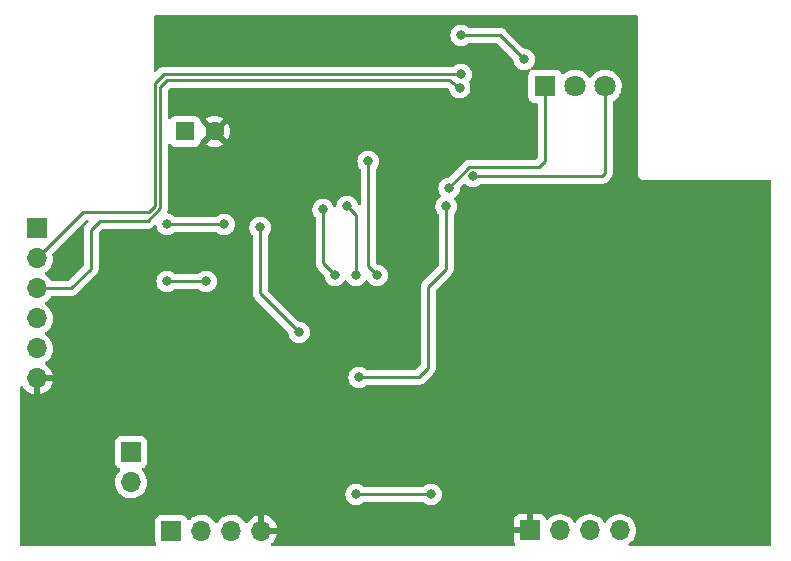
<source format=gbr>
%TF.GenerationSoftware,KiCad,Pcbnew,6.0.2+dfsg-1*%
%TF.CreationDate,2022-06-15T15:33:44+02:00*%
%TF.ProjectId,vscp-din-wireless-esp32-can,76736370-2d64-4696-9e2d-776972656c65,rev?*%
%TF.SameCoordinates,Original*%
%TF.FileFunction,Copper,L2,Bot*%
%TF.FilePolarity,Positive*%
%FSLAX46Y46*%
G04 Gerber Fmt 4.6, Leading zero omitted, Abs format (unit mm)*
G04 Created by KiCad (PCBNEW 6.0.2+dfsg-1) date 2022-06-15 15:33:44*
%MOMM*%
%LPD*%
G01*
G04 APERTURE LIST*
%TA.AperFunction,ComponentPad*%
%ADD10O,1.700000X1.700000*%
%TD*%
%TA.AperFunction,ComponentPad*%
%ADD11R,1.700000X1.700000*%
%TD*%
%TA.AperFunction,ComponentPad*%
%ADD12C,1.800000*%
%TD*%
%TA.AperFunction,ComponentPad*%
%ADD13R,1.800000X1.800000*%
%TD*%
%TA.AperFunction,ComponentPad*%
%ADD14R,1.600000X1.600000*%
%TD*%
%TA.AperFunction,ComponentPad*%
%ADD15C,1.600000*%
%TD*%
%TA.AperFunction,ViaPad*%
%ADD16C,0.800000*%
%TD*%
%TA.AperFunction,Conductor*%
%ADD17C,0.250000*%
%TD*%
G04 APERTURE END LIST*
D10*
%TO.P,J1,4*%
%TO.N,GND*%
X136720000Y-97600000D03*
%TO.P,J1,3*%
%TO.N,Net-(D2-Pad1)*%
X134180000Y-97600000D03*
%TO.P,J1,2*%
%TO.N,Net-(D2-Pad2)*%
X131640000Y-97600000D03*
D11*
%TO.P,J1,1*%
%TO.N,Net-(J1-Pad1)*%
X129100000Y-97600000D03*
%TD*%
D10*
%TO.P,J4,2*%
%TO.N,Net-(D2-Pad2)*%
X125684000Y-93484000D03*
D11*
%TO.P,J4,1*%
%TO.N,Net-(J4-Pad1)*%
X125684000Y-90944000D03*
%TD*%
D12*
%TO.P,D1,3*%
%TO.N,/leda*%
X165816000Y-59956000D03*
%TO.P,D1,2*%
%TO.N,Net-(D1-Pad2)*%
X163276000Y-59956000D03*
D13*
%TO.P,D1,1*%
%TO.N,/ledb*%
X160736000Y-59956000D03*
%TD*%
D14*
%TO.P,C2,1*%
%TO.N,VCC*%
X130256000Y-63766000D03*
D15*
%TO.P,C2,2*%
%TO.N,GND*%
X132756000Y-63766000D03*
%TD*%
D10*
%TO.P,J2,4*%
%TO.N,Net-(J2-Pad4)*%
X167070000Y-97550000D03*
%TO.P,J2,3*%
%TO.N,Net-(J2-Pad3)*%
X164530000Y-97550000D03*
%TO.P,J2,2*%
%TO.N,VCC*%
X161990000Y-97550000D03*
D11*
%TO.P,J2,1*%
%TO.N,GND*%
X159450000Y-97550000D03*
%TD*%
D10*
%TO.P,J3,6*%
%TO.N,GND*%
X117710600Y-84695000D03*
%TO.P,J3,5*%
%TO.N,VCC*%
X117710600Y-82155000D03*
%TO.P,J3,4*%
%TO.N,/RESET*%
X117710600Y-79615000D03*
%TO.P,J3,3*%
%TO.N,/RXD*%
X117710600Y-77075000D03*
%TO.P,J3,2*%
%TO.N,/TXD*%
X117710600Y-74535000D03*
D11*
%TO.P,J3,1*%
%TO.N,/FLASH*%
X117710600Y-71995000D03*
%TD*%
D16*
%TO.N,GND*%
X120850000Y-74600000D03*
X134828000Y-90436000D03*
X134828000Y-93738000D03*
X138130000Y-73418000D03*
X139908000Y-88404000D03*
X156418000Y-91198000D03*
X140670000Y-90436000D03*
X133450000Y-78100000D03*
X172950000Y-69200000D03*
X173450000Y-97200000D03*
X150600000Y-70250000D03*
X127950000Y-79050000D03*
X159000000Y-64250000D03*
X140250000Y-94550000D03*
X132000000Y-93100000D03*
X128600000Y-74150000D03*
X142150000Y-65800000D03*
X134700000Y-67850000D03*
X165350000Y-69000000D03*
X131800000Y-67600000D03*
X154000000Y-64150000D03*
%TO.N,/reset*%
X132034000Y-76466000D03*
X128732000Y-76466000D03*
%TO.N,/leda*%
X154640000Y-67576000D03*
%TO.N,/ledb*%
X152608000Y-68592000D03*
%TO.N,/TXD*%
X153624000Y-58940000D03*
%TO.N,/RXD*%
X153504000Y-60076000D03*
%TO.N,Net-(R5-Pad1)*%
X128732000Y-71640000D03*
X133558000Y-71640000D03*
%TO.N,/CS*%
X144988000Y-84594000D03*
X152354000Y-70116000D03*
%TO.N,/irq0*%
X153624000Y-55638000D03*
X158958000Y-57670000D03*
X146512000Y-75958000D03*
X145750000Y-66306000D03*
%TO.N,/rxcan*%
X144734000Y-94500000D03*
X151084000Y-94500000D03*
%TO.N,/MOSI*%
X144734000Y-75958000D03*
X143972000Y-70116000D03*
%TO.N,/MISO*%
X139908000Y-80784000D03*
X136606000Y-71894000D03*
%TO.N,/SCK*%
X142956000Y-75958000D03*
X141940000Y-70370000D03*
%TD*%
D17*
%TO.N,/reset*%
X128732000Y-76466000D02*
X132034000Y-76466000D01*
%TO.N,/leda*%
X154640000Y-67576000D02*
X165562000Y-67576000D01*
X165816000Y-67322000D02*
X165816000Y-59956000D01*
X165562000Y-67576000D02*
X165816000Y-67322000D01*
%TO.N,/ledb*%
X160736000Y-59956000D02*
X160736000Y-64077002D01*
X160736000Y-64077002D02*
X160736000Y-66306000D01*
X160736000Y-66306000D02*
X160228000Y-66814000D01*
X152608000Y-68534998D02*
X152608000Y-68592000D01*
X154328998Y-66814000D02*
X152608000Y-68534998D01*
X160228000Y-66814000D02*
X154328998Y-66814000D01*
%TO.N,/TXD*%
X152157002Y-58940000D02*
X153624000Y-58940000D01*
X128478000Y-58940000D02*
X152157002Y-58940000D01*
X127716000Y-59702000D02*
X128478000Y-58940000D01*
X127716000Y-70116000D02*
X127716000Y-59702000D01*
X127216000Y-70616000D02*
X127716000Y-70116000D01*
X121629600Y-70616000D02*
X127216000Y-70616000D01*
X117710600Y-74535000D02*
X121629600Y-70616000D01*
%TO.N,/RXD*%
X128166010Y-60013990D02*
X128166009Y-70302401D01*
X128732000Y-59448000D02*
X128166010Y-60013990D01*
X152608000Y-59448000D02*
X128732000Y-59448000D01*
X128166009Y-70302401D02*
X127082410Y-71386000D01*
X153504000Y-60076000D02*
X152608000Y-59448000D01*
X127082410Y-71386000D02*
X123018410Y-71386000D01*
X117710600Y-77075000D02*
X120625000Y-77075000D01*
X120625000Y-77075000D02*
X122300000Y-75400000D01*
X122300000Y-72104410D02*
X123018410Y-71386000D01*
X122300000Y-75400000D02*
X122300000Y-72104410D01*
%TO.N,Net-(R5-Pad1)*%
X133558000Y-71640000D02*
X128732000Y-71640000D01*
%TO.N,/CS*%
X144988000Y-84594000D02*
X150068000Y-84594000D01*
X150068000Y-84594000D02*
X150830000Y-83832000D01*
X150830000Y-83832000D02*
X150830000Y-76974000D01*
X152354000Y-75450000D02*
X152354000Y-70116000D01*
X150830000Y-76974000D02*
X152354000Y-75450000D01*
%TO.N,/irq0*%
X156926000Y-55638000D02*
X158958000Y-57670000D01*
X153624000Y-55638000D02*
X156926000Y-55638000D01*
X145750000Y-75196000D02*
X145750000Y-66306000D01*
X146512000Y-75958000D02*
X145750000Y-75196000D01*
%TO.N,/rxcan*%
X144734000Y-94500000D02*
X151084000Y-94500000D01*
%TO.N,/MOSI*%
X144734000Y-75958000D02*
X144734000Y-70878000D01*
X144734000Y-70878000D02*
X143972000Y-70116000D01*
%TO.N,/MISO*%
X136606000Y-77482000D02*
X136606000Y-71894000D01*
X139908000Y-80784000D02*
X136606000Y-77482000D01*
%TO.N,/SCK*%
X141940000Y-74942000D02*
X141940000Y-70370000D01*
X142956000Y-75958000D02*
X141940000Y-74942000D01*
%TD*%
%TA.AperFunction,Conductor*%
%TO.N,GND*%
G36*
X168534121Y-53928002D02*
G01*
X168580614Y-53981658D01*
X168592000Y-54034000D01*
X168592000Y-67391298D01*
X168591998Y-67392068D01*
X168591524Y-67469652D01*
X168593990Y-67478281D01*
X168593991Y-67478286D01*
X168599639Y-67498048D01*
X168603217Y-67514809D01*
X168606130Y-67535152D01*
X168606133Y-67535162D01*
X168607405Y-67544045D01*
X168618021Y-67567395D01*
X168624464Y-67584907D01*
X168631512Y-67609565D01*
X168647274Y-67634548D01*
X168655404Y-67649614D01*
X168667633Y-67676510D01*
X168684374Y-67695939D01*
X168695479Y-67710947D01*
X168709160Y-67732631D01*
X168722681Y-67744572D01*
X168731296Y-67752181D01*
X168743340Y-67764373D01*
X168762619Y-67786747D01*
X168770147Y-67791626D01*
X168770150Y-67791629D01*
X168784139Y-67800696D01*
X168799013Y-67811986D01*
X168803360Y-67815825D01*
X168818228Y-67828956D01*
X168826354Y-67832771D01*
X168826355Y-67832772D01*
X168832021Y-67835432D01*
X168844966Y-67841510D01*
X168859935Y-67849824D01*
X168884727Y-67865893D01*
X168893327Y-67868465D01*
X168909290Y-67873239D01*
X168926736Y-67879901D01*
X168949948Y-67890799D01*
X168979130Y-67895343D01*
X168995849Y-67899126D01*
X169015536Y-67905014D01*
X169015539Y-67905015D01*
X169024141Y-67907587D01*
X169033116Y-67907642D01*
X169033117Y-67907642D01*
X169039810Y-67907683D01*
X169058556Y-67907797D01*
X169059328Y-67907830D01*
X169060423Y-67908000D01*
X169091298Y-67908000D01*
X169092068Y-67908002D01*
X169165716Y-67908452D01*
X169165717Y-67908452D01*
X169169652Y-67908476D01*
X169170996Y-67908092D01*
X169172341Y-67908000D01*
X179766000Y-67908000D01*
X179834121Y-67928002D01*
X179880614Y-67981658D01*
X179892000Y-68034000D01*
X179892000Y-98766000D01*
X179871998Y-98834121D01*
X179818342Y-98880614D01*
X179766000Y-98892000D01*
X167921739Y-98892000D01*
X167853618Y-98871998D01*
X167807125Y-98818342D01*
X167797021Y-98748068D01*
X167826515Y-98683488D01*
X167848571Y-98663421D01*
X167949860Y-98591173D01*
X167967156Y-98573938D01*
X168062461Y-98478965D01*
X168108096Y-98433489D01*
X168238453Y-98252077D01*
X168256968Y-98214616D01*
X168335136Y-98056453D01*
X168335137Y-98056451D01*
X168337430Y-98051811D01*
X168388768Y-97882837D01*
X168400865Y-97843023D01*
X168400865Y-97843021D01*
X168402370Y-97838069D01*
X168431529Y-97616590D01*
X168431611Y-97613240D01*
X168433074Y-97553365D01*
X168433074Y-97553361D01*
X168433156Y-97550000D01*
X168414852Y-97327361D01*
X168360431Y-97110702D01*
X168271354Y-96905840D01*
X168185168Y-96772617D01*
X168152822Y-96722617D01*
X168152820Y-96722614D01*
X168150014Y-96718277D01*
X167999670Y-96553051D01*
X167995619Y-96549852D01*
X167995615Y-96549848D01*
X167828414Y-96417800D01*
X167828410Y-96417798D01*
X167824359Y-96414598D01*
X167628789Y-96306638D01*
X167623920Y-96304914D01*
X167623916Y-96304912D01*
X167423087Y-96233795D01*
X167423083Y-96233794D01*
X167418212Y-96232069D01*
X167413119Y-96231162D01*
X167413116Y-96231161D01*
X167203373Y-96193800D01*
X167203367Y-96193799D01*
X167198284Y-96192894D01*
X167124452Y-96191992D01*
X166980081Y-96190228D01*
X166980079Y-96190228D01*
X166974911Y-96190165D01*
X166754091Y-96223955D01*
X166541756Y-96293357D01*
X166511443Y-96309137D01*
X166420195Y-96356638D01*
X166343607Y-96396507D01*
X166339474Y-96399610D01*
X166339471Y-96399612D01*
X166190180Y-96511703D01*
X166164965Y-96530635D01*
X166161393Y-96534373D01*
X166036502Y-96665064D01*
X166010629Y-96692138D01*
X165903201Y-96849621D01*
X165848293Y-96894621D01*
X165777768Y-96902792D01*
X165714021Y-96871538D01*
X165693324Y-96847054D01*
X165612822Y-96722617D01*
X165612820Y-96722614D01*
X165610014Y-96718277D01*
X165459670Y-96553051D01*
X165455619Y-96549852D01*
X165455615Y-96549848D01*
X165288414Y-96417800D01*
X165288410Y-96417798D01*
X165284359Y-96414598D01*
X165088789Y-96306638D01*
X165083920Y-96304914D01*
X165083916Y-96304912D01*
X164883087Y-96233795D01*
X164883083Y-96233794D01*
X164878212Y-96232069D01*
X164873119Y-96231162D01*
X164873116Y-96231161D01*
X164663373Y-96193800D01*
X164663367Y-96193799D01*
X164658284Y-96192894D01*
X164584452Y-96191992D01*
X164440081Y-96190228D01*
X164440079Y-96190228D01*
X164434911Y-96190165D01*
X164214091Y-96223955D01*
X164001756Y-96293357D01*
X163971443Y-96309137D01*
X163880195Y-96356638D01*
X163803607Y-96396507D01*
X163799474Y-96399610D01*
X163799471Y-96399612D01*
X163650180Y-96511703D01*
X163624965Y-96530635D01*
X163621393Y-96534373D01*
X163496502Y-96665064D01*
X163470629Y-96692138D01*
X163363201Y-96849621D01*
X163308293Y-96894621D01*
X163237768Y-96902792D01*
X163174021Y-96871538D01*
X163153324Y-96847054D01*
X163072822Y-96722617D01*
X163072820Y-96722614D01*
X163070014Y-96718277D01*
X162919670Y-96553051D01*
X162915619Y-96549852D01*
X162915615Y-96549848D01*
X162748414Y-96417800D01*
X162748410Y-96417798D01*
X162744359Y-96414598D01*
X162548789Y-96306638D01*
X162543920Y-96304914D01*
X162543916Y-96304912D01*
X162343087Y-96233795D01*
X162343083Y-96233794D01*
X162338212Y-96232069D01*
X162333119Y-96231162D01*
X162333116Y-96231161D01*
X162123373Y-96193800D01*
X162123367Y-96193799D01*
X162118284Y-96192894D01*
X162044452Y-96191992D01*
X161900081Y-96190228D01*
X161900079Y-96190228D01*
X161894911Y-96190165D01*
X161674091Y-96223955D01*
X161461756Y-96293357D01*
X161431443Y-96309137D01*
X161340195Y-96356638D01*
X161263607Y-96396507D01*
X161259474Y-96399610D01*
X161259471Y-96399612D01*
X161110180Y-96511703D01*
X161084965Y-96530635D01*
X161081393Y-96534373D01*
X161003898Y-96615466D01*
X160942374Y-96650895D01*
X160871462Y-96647438D01*
X160813676Y-96606192D01*
X160794823Y-96572644D01*
X160753324Y-96461946D01*
X160744786Y-96446351D01*
X160668285Y-96344276D01*
X160655724Y-96331715D01*
X160553649Y-96255214D01*
X160538054Y-96246676D01*
X160417606Y-96201522D01*
X160402351Y-96197895D01*
X160351486Y-96192369D01*
X160344672Y-96192000D01*
X159722115Y-96192000D01*
X159706876Y-96196475D01*
X159705671Y-96197865D01*
X159704000Y-96205548D01*
X159704000Y-97678000D01*
X159683998Y-97746121D01*
X159630342Y-97792614D01*
X159578000Y-97804000D01*
X158110116Y-97804000D01*
X158094877Y-97808475D01*
X158093672Y-97809865D01*
X158092001Y-97817548D01*
X158092001Y-98444669D01*
X158092371Y-98451490D01*
X158097895Y-98502352D01*
X158101521Y-98517604D01*
X158146676Y-98638054D01*
X158155214Y-98653648D01*
X158182784Y-98690435D01*
X158207632Y-98756941D01*
X158192579Y-98826324D01*
X158142405Y-98876554D01*
X158081958Y-98892000D01*
X137640976Y-98892000D01*
X137572855Y-98871998D01*
X137526362Y-98818342D01*
X137516258Y-98748068D01*
X137545752Y-98683488D01*
X137567808Y-98663421D01*
X137595328Y-98643792D01*
X137603200Y-98637139D01*
X137754052Y-98486812D01*
X137760730Y-98478965D01*
X137885003Y-98306020D01*
X137890313Y-98297183D01*
X137984670Y-98106267D01*
X137988469Y-98096672D01*
X138050377Y-97892910D01*
X138052555Y-97882837D01*
X138053986Y-97871962D01*
X138051775Y-97857778D01*
X138038617Y-97854000D01*
X136592000Y-97854000D01*
X136523879Y-97833998D01*
X136477386Y-97780342D01*
X136466000Y-97728000D01*
X136466000Y-97327885D01*
X136974000Y-97327885D01*
X136978475Y-97343124D01*
X136979865Y-97344329D01*
X136987548Y-97346000D01*
X138038344Y-97346000D01*
X138051875Y-97342027D01*
X138053180Y-97332947D01*
X138039349Y-97277885D01*
X158092000Y-97277885D01*
X158096475Y-97293124D01*
X158097865Y-97294329D01*
X158105548Y-97296000D01*
X159177885Y-97296000D01*
X159193124Y-97291525D01*
X159194329Y-97290135D01*
X159196000Y-97282452D01*
X159196000Y-96210116D01*
X159191525Y-96194877D01*
X159190135Y-96193672D01*
X159182452Y-96192001D01*
X158555331Y-96192001D01*
X158548510Y-96192371D01*
X158497648Y-96197895D01*
X158482396Y-96201521D01*
X158361946Y-96246676D01*
X158346351Y-96255214D01*
X158244276Y-96331715D01*
X158231715Y-96344276D01*
X158155214Y-96446351D01*
X158146676Y-96461946D01*
X158101522Y-96582394D01*
X158097895Y-96597649D01*
X158092369Y-96648514D01*
X158092000Y-96655328D01*
X158092000Y-97277885D01*
X138039349Y-97277885D01*
X138011214Y-97165875D01*
X138007894Y-97156124D01*
X137922972Y-96960814D01*
X137918105Y-96951739D01*
X137802426Y-96772926D01*
X137796136Y-96764757D01*
X137652806Y-96607240D01*
X137645273Y-96600215D01*
X137478139Y-96468222D01*
X137469552Y-96462517D01*
X137283117Y-96359599D01*
X137273705Y-96355369D01*
X137072959Y-96284280D01*
X137062988Y-96281646D01*
X136991837Y-96268972D01*
X136978540Y-96270432D01*
X136974000Y-96284989D01*
X136974000Y-97327885D01*
X136466000Y-97327885D01*
X136466000Y-96283102D01*
X136462082Y-96269758D01*
X136447806Y-96267771D01*
X136409324Y-96273660D01*
X136399288Y-96276051D01*
X136196868Y-96342212D01*
X136187359Y-96346209D01*
X135998463Y-96444542D01*
X135989738Y-96450036D01*
X135819433Y-96577905D01*
X135811726Y-96584748D01*
X135664590Y-96738717D01*
X135658109Y-96746722D01*
X135553498Y-96900074D01*
X135498587Y-96945076D01*
X135428062Y-96953247D01*
X135364315Y-96921993D01*
X135343618Y-96897509D01*
X135262822Y-96772617D01*
X135262820Y-96772614D01*
X135260014Y-96768277D01*
X135109670Y-96603051D01*
X135105619Y-96599852D01*
X135105615Y-96599848D01*
X134938414Y-96467800D01*
X134938410Y-96467798D01*
X134934359Y-96464598D01*
X134901305Y-96446351D01*
X134839260Y-96412101D01*
X134738789Y-96356638D01*
X134733920Y-96354914D01*
X134733916Y-96354912D01*
X134533087Y-96283795D01*
X134533083Y-96283794D01*
X134528212Y-96282069D01*
X134523119Y-96281162D01*
X134523116Y-96281161D01*
X134313373Y-96243800D01*
X134313367Y-96243799D01*
X134308284Y-96242894D01*
X134234452Y-96241992D01*
X134090081Y-96240228D01*
X134090079Y-96240228D01*
X134084911Y-96240165D01*
X133864091Y-96273955D01*
X133651756Y-96343357D01*
X133578757Y-96381358D01*
X133508753Y-96417800D01*
X133453607Y-96446507D01*
X133449474Y-96449610D01*
X133449471Y-96449612D01*
X133336580Y-96534373D01*
X133274965Y-96580635D01*
X133271393Y-96584373D01*
X133147082Y-96714457D01*
X133120629Y-96742138D01*
X133013201Y-96899621D01*
X132958293Y-96944621D01*
X132887768Y-96952792D01*
X132824021Y-96921538D01*
X132803324Y-96897054D01*
X132722822Y-96772617D01*
X132722820Y-96772614D01*
X132720014Y-96768277D01*
X132569670Y-96603051D01*
X132565619Y-96599852D01*
X132565615Y-96599848D01*
X132398414Y-96467800D01*
X132398410Y-96467798D01*
X132394359Y-96464598D01*
X132361305Y-96446351D01*
X132299260Y-96412101D01*
X132198789Y-96356638D01*
X132193920Y-96354914D01*
X132193916Y-96354912D01*
X131993087Y-96283795D01*
X131993083Y-96283794D01*
X131988212Y-96282069D01*
X131983119Y-96281162D01*
X131983116Y-96281161D01*
X131773373Y-96243800D01*
X131773367Y-96243799D01*
X131768284Y-96242894D01*
X131694452Y-96241992D01*
X131550081Y-96240228D01*
X131550079Y-96240228D01*
X131544911Y-96240165D01*
X131324091Y-96273955D01*
X131111756Y-96343357D01*
X131038757Y-96381358D01*
X130968753Y-96417800D01*
X130913607Y-96446507D01*
X130909474Y-96449610D01*
X130909471Y-96449612D01*
X130796580Y-96534373D01*
X130734965Y-96580635D01*
X130670099Y-96648514D01*
X130654283Y-96665064D01*
X130592759Y-96700494D01*
X130521846Y-96697037D01*
X130464060Y-96655791D01*
X130445207Y-96622243D01*
X130403767Y-96511703D01*
X130400615Y-96503295D01*
X130313261Y-96386739D01*
X130196705Y-96299385D01*
X130060316Y-96248255D01*
X129998134Y-96241500D01*
X128201866Y-96241500D01*
X128139684Y-96248255D01*
X128003295Y-96299385D01*
X127886739Y-96386739D01*
X127799385Y-96503295D01*
X127748255Y-96639684D01*
X127741500Y-96701866D01*
X127741500Y-98498134D01*
X127748255Y-98560316D01*
X127754600Y-98577240D01*
X127789020Y-98669056D01*
X127799385Y-98696705D01*
X127804768Y-98703888D01*
X127805646Y-98705491D01*
X127820815Y-98774848D01*
X127796079Y-98841396D01*
X127739291Y-98884006D01*
X127695126Y-98892000D01*
X116434000Y-98892000D01*
X116365879Y-98871998D01*
X116319386Y-98818342D01*
X116308000Y-98766000D01*
X116308000Y-93450695D01*
X124321251Y-93450695D01*
X124321548Y-93455848D01*
X124321548Y-93455851D01*
X124329449Y-93592872D01*
X124334110Y-93673715D01*
X124335247Y-93678761D01*
X124335248Y-93678767D01*
X124341430Y-93706197D01*
X124383222Y-93891639D01*
X124467266Y-94098616D01*
X124583987Y-94289088D01*
X124730250Y-94457938D01*
X124902126Y-94600632D01*
X125095000Y-94713338D01*
X125303692Y-94793030D01*
X125308760Y-94794061D01*
X125308763Y-94794062D01*
X125416017Y-94815883D01*
X125522597Y-94837567D01*
X125527772Y-94837757D01*
X125527774Y-94837757D01*
X125740673Y-94845564D01*
X125740677Y-94845564D01*
X125745837Y-94845753D01*
X125750957Y-94845097D01*
X125750959Y-94845097D01*
X125962288Y-94818025D01*
X125962289Y-94818025D01*
X125967416Y-94817368D01*
X125972366Y-94815883D01*
X126176429Y-94754661D01*
X126176434Y-94754659D01*
X126181384Y-94753174D01*
X126381994Y-94654896D01*
X126563860Y-94525173D01*
X126589121Y-94500000D01*
X143820496Y-94500000D01*
X143840458Y-94689928D01*
X143899473Y-94871556D01*
X143994960Y-95036944D01*
X144122747Y-95178866D01*
X144277248Y-95291118D01*
X144283276Y-95293802D01*
X144283278Y-95293803D01*
X144445681Y-95366109D01*
X144451712Y-95368794D01*
X144545113Y-95388647D01*
X144632056Y-95407128D01*
X144632061Y-95407128D01*
X144638513Y-95408500D01*
X144829487Y-95408500D01*
X144835939Y-95407128D01*
X144835944Y-95407128D01*
X144922888Y-95388647D01*
X145016288Y-95368794D01*
X145022319Y-95366109D01*
X145184722Y-95293803D01*
X145184724Y-95293802D01*
X145190752Y-95291118D01*
X145345253Y-95178866D01*
X145349668Y-95173963D01*
X145354580Y-95169540D01*
X145355705Y-95170789D01*
X145409014Y-95137949D01*
X145442200Y-95133500D01*
X150375800Y-95133500D01*
X150443921Y-95153502D01*
X150463147Y-95169843D01*
X150463420Y-95169540D01*
X150468332Y-95173963D01*
X150472747Y-95178866D01*
X150627248Y-95291118D01*
X150633276Y-95293802D01*
X150633278Y-95293803D01*
X150795681Y-95366109D01*
X150801712Y-95368794D01*
X150895113Y-95388647D01*
X150982056Y-95407128D01*
X150982061Y-95407128D01*
X150988513Y-95408500D01*
X151179487Y-95408500D01*
X151185939Y-95407128D01*
X151185944Y-95407128D01*
X151272888Y-95388647D01*
X151366288Y-95368794D01*
X151372319Y-95366109D01*
X151534722Y-95293803D01*
X151534724Y-95293802D01*
X151540752Y-95291118D01*
X151695253Y-95178866D01*
X151823040Y-95036944D01*
X151918527Y-94871556D01*
X151977542Y-94689928D01*
X151997504Y-94500000D01*
X151977542Y-94310072D01*
X151918527Y-94128444D01*
X151903849Y-94103020D01*
X151881314Y-94063990D01*
X151823040Y-93963056D01*
X151695253Y-93821134D01*
X151540752Y-93708882D01*
X151534724Y-93706198D01*
X151534722Y-93706197D01*
X151372319Y-93633891D01*
X151372318Y-93633891D01*
X151366288Y-93631206D01*
X151272887Y-93611353D01*
X151185944Y-93592872D01*
X151185939Y-93592872D01*
X151179487Y-93591500D01*
X150988513Y-93591500D01*
X150982061Y-93592872D01*
X150982056Y-93592872D01*
X150895113Y-93611353D01*
X150801712Y-93631206D01*
X150795682Y-93633891D01*
X150795681Y-93633891D01*
X150633278Y-93706197D01*
X150633276Y-93706198D01*
X150627248Y-93708882D01*
X150472747Y-93821134D01*
X150468332Y-93826037D01*
X150463420Y-93830460D01*
X150462295Y-93829211D01*
X150408986Y-93862051D01*
X150375800Y-93866500D01*
X145442200Y-93866500D01*
X145374079Y-93846498D01*
X145354853Y-93830157D01*
X145354580Y-93830460D01*
X145349668Y-93826037D01*
X145345253Y-93821134D01*
X145190752Y-93708882D01*
X145184724Y-93706198D01*
X145184722Y-93706197D01*
X145022319Y-93633891D01*
X145022318Y-93633891D01*
X145016288Y-93631206D01*
X144922887Y-93611353D01*
X144835944Y-93592872D01*
X144835939Y-93592872D01*
X144829487Y-93591500D01*
X144638513Y-93591500D01*
X144632061Y-93592872D01*
X144632056Y-93592872D01*
X144545113Y-93611353D01*
X144451712Y-93631206D01*
X144445682Y-93633891D01*
X144445681Y-93633891D01*
X144283278Y-93706197D01*
X144283276Y-93706198D01*
X144277248Y-93708882D01*
X144122747Y-93821134D01*
X143994960Y-93963056D01*
X143936686Y-94063990D01*
X143914152Y-94103020D01*
X143899473Y-94128444D01*
X143840458Y-94310072D01*
X143820496Y-94500000D01*
X126589121Y-94500000D01*
X126722096Y-94367489D01*
X126781594Y-94284689D01*
X126849435Y-94190277D01*
X126852453Y-94186077D01*
X126883766Y-94122721D01*
X126949136Y-93990453D01*
X126949137Y-93990451D01*
X126951430Y-93985811D01*
X126998629Y-93830460D01*
X127014865Y-93777023D01*
X127014865Y-93777021D01*
X127016370Y-93772069D01*
X127045529Y-93550590D01*
X127047156Y-93484000D01*
X127028852Y-93261361D01*
X126974431Y-93044702D01*
X126885354Y-92839840D01*
X126764014Y-92652277D01*
X126760532Y-92648450D01*
X126616798Y-92490488D01*
X126585746Y-92426642D01*
X126594141Y-92356143D01*
X126639317Y-92301375D01*
X126665761Y-92287706D01*
X126772297Y-92247767D01*
X126780705Y-92244615D01*
X126897261Y-92157261D01*
X126984615Y-92040705D01*
X127035745Y-91904316D01*
X127042500Y-91842134D01*
X127042500Y-90045866D01*
X127035745Y-89983684D01*
X126984615Y-89847295D01*
X126897261Y-89730739D01*
X126780705Y-89643385D01*
X126644316Y-89592255D01*
X126582134Y-89585500D01*
X124785866Y-89585500D01*
X124723684Y-89592255D01*
X124587295Y-89643385D01*
X124470739Y-89730739D01*
X124383385Y-89847295D01*
X124332255Y-89983684D01*
X124325500Y-90045866D01*
X124325500Y-91842134D01*
X124332255Y-91904316D01*
X124383385Y-92040705D01*
X124470739Y-92157261D01*
X124587295Y-92244615D01*
X124595704Y-92247767D01*
X124595705Y-92247768D01*
X124704451Y-92288535D01*
X124761216Y-92331176D01*
X124785916Y-92397738D01*
X124770709Y-92467087D01*
X124751316Y-92493568D01*
X124624629Y-92626138D01*
X124498743Y-92810680D01*
X124404688Y-93013305D01*
X124344989Y-93228570D01*
X124321251Y-93450695D01*
X116308000Y-93450695D01*
X116308000Y-85452116D01*
X116328002Y-85383995D01*
X116381658Y-85337502D01*
X116451932Y-85327398D01*
X116516512Y-85356892D01*
X116541433Y-85386281D01*
X116608294Y-85495388D01*
X116614377Y-85503699D01*
X116753813Y-85664667D01*
X116761180Y-85671883D01*
X116925034Y-85807916D01*
X116933481Y-85813831D01*
X117117356Y-85921279D01*
X117126642Y-85925729D01*
X117325601Y-86001703D01*
X117335499Y-86004579D01*
X117438850Y-86025606D01*
X117452899Y-86024410D01*
X117456600Y-86014065D01*
X117456600Y-86013517D01*
X117964600Y-86013517D01*
X117968664Y-86027359D01*
X117982078Y-86029393D01*
X117988784Y-86028534D01*
X117998862Y-86026392D01*
X118202855Y-85965191D01*
X118212442Y-85961433D01*
X118403695Y-85867739D01*
X118412545Y-85862464D01*
X118585928Y-85738792D01*
X118593800Y-85732139D01*
X118744652Y-85581812D01*
X118751330Y-85573965D01*
X118875603Y-85401020D01*
X118880913Y-85392183D01*
X118975270Y-85201267D01*
X118979069Y-85191672D01*
X119040977Y-84987910D01*
X119043155Y-84977837D01*
X119044586Y-84966962D01*
X119042375Y-84952778D01*
X119029217Y-84949000D01*
X117982715Y-84949000D01*
X117967476Y-84953475D01*
X117966271Y-84954865D01*
X117964600Y-84962548D01*
X117964600Y-86013517D01*
X117456600Y-86013517D01*
X117456600Y-84594000D01*
X144074496Y-84594000D01*
X144094458Y-84783928D01*
X144153473Y-84965556D01*
X144248960Y-85130944D01*
X144253378Y-85135851D01*
X144253379Y-85135852D01*
X144335452Y-85227003D01*
X144376747Y-85272866D01*
X144531248Y-85385118D01*
X144537276Y-85387802D01*
X144537278Y-85387803D01*
X144699681Y-85460109D01*
X144705712Y-85462794D01*
X144799112Y-85482647D01*
X144886056Y-85501128D01*
X144886061Y-85501128D01*
X144892513Y-85502500D01*
X145083487Y-85502500D01*
X145089939Y-85501128D01*
X145089944Y-85501128D01*
X145176888Y-85482647D01*
X145270288Y-85462794D01*
X145276319Y-85460109D01*
X145438722Y-85387803D01*
X145438724Y-85387802D01*
X145444752Y-85385118D01*
X145524197Y-85327398D01*
X145577671Y-85288546D01*
X145599253Y-85272866D01*
X145603668Y-85267963D01*
X145608580Y-85263540D01*
X145609705Y-85264789D01*
X145663014Y-85231949D01*
X145696200Y-85227500D01*
X149989233Y-85227500D01*
X150000416Y-85228027D01*
X150007909Y-85229702D01*
X150015835Y-85229453D01*
X150015836Y-85229453D01*
X150075986Y-85227562D01*
X150079945Y-85227500D01*
X150107856Y-85227500D01*
X150111791Y-85227003D01*
X150111856Y-85226995D01*
X150123693Y-85226062D01*
X150155951Y-85225048D01*
X150159970Y-85224922D01*
X150167889Y-85224673D01*
X150187343Y-85219021D01*
X150206700Y-85215013D01*
X150218930Y-85213468D01*
X150218931Y-85213468D01*
X150226797Y-85212474D01*
X150234168Y-85209555D01*
X150234170Y-85209555D01*
X150267912Y-85196196D01*
X150279142Y-85192351D01*
X150313983Y-85182229D01*
X150313984Y-85182229D01*
X150321593Y-85180018D01*
X150328412Y-85175985D01*
X150328417Y-85175983D01*
X150339028Y-85169707D01*
X150356776Y-85161012D01*
X150375617Y-85153552D01*
X150411387Y-85127564D01*
X150421307Y-85121048D01*
X150452535Y-85102580D01*
X150452538Y-85102578D01*
X150459362Y-85098542D01*
X150473683Y-85084221D01*
X150488717Y-85071380D01*
X150498693Y-85064132D01*
X150505107Y-85059472D01*
X150533288Y-85025407D01*
X150541278Y-85016626D01*
X151222258Y-84335647D01*
X151230537Y-84328113D01*
X151237018Y-84324000D01*
X151283644Y-84274348D01*
X151286398Y-84271507D01*
X151306135Y-84251770D01*
X151308615Y-84248573D01*
X151316320Y-84239551D01*
X151346586Y-84207321D01*
X151350405Y-84200375D01*
X151350407Y-84200372D01*
X151356348Y-84189566D01*
X151367199Y-84173047D01*
X151374758Y-84163301D01*
X151379614Y-84157041D01*
X151382759Y-84149772D01*
X151382762Y-84149768D01*
X151397174Y-84116463D01*
X151402391Y-84105813D01*
X151423695Y-84067060D01*
X151426583Y-84055814D01*
X151428733Y-84047438D01*
X151435137Y-84028734D01*
X151440033Y-84017420D01*
X151440033Y-84017419D01*
X151443181Y-84010145D01*
X151444420Y-84002322D01*
X151444423Y-84002312D01*
X151450099Y-83966476D01*
X151452505Y-83954856D01*
X151461528Y-83919711D01*
X151461528Y-83919710D01*
X151463500Y-83912030D01*
X151463500Y-83891776D01*
X151465051Y-83872065D01*
X151466980Y-83859886D01*
X151468220Y-83852057D01*
X151464059Y-83808038D01*
X151463500Y-83796181D01*
X151463500Y-77288594D01*
X151483502Y-77220473D01*
X151500405Y-77199499D01*
X152746247Y-75953657D01*
X152754537Y-75946113D01*
X152761018Y-75942000D01*
X152807659Y-75892332D01*
X152810413Y-75889491D01*
X152830134Y-75869770D01*
X152832612Y-75866575D01*
X152840318Y-75857553D01*
X152842775Y-75854937D01*
X152870586Y-75825321D01*
X152876732Y-75814142D01*
X152880346Y-75807568D01*
X152891199Y-75791045D01*
X152894233Y-75787134D01*
X152903613Y-75775041D01*
X152921176Y-75734457D01*
X152926383Y-75723827D01*
X152947695Y-75685060D01*
X152949666Y-75677383D01*
X152949668Y-75677378D01*
X152952732Y-75665442D01*
X152959138Y-75646730D01*
X152964034Y-75635417D01*
X152967181Y-75628145D01*
X152972082Y-75597206D01*
X152974097Y-75584481D01*
X152976504Y-75572860D01*
X152985528Y-75537711D01*
X152985528Y-75537710D01*
X152987500Y-75530030D01*
X152987500Y-75509769D01*
X152989051Y-75490058D01*
X152990979Y-75477885D01*
X152992219Y-75470057D01*
X152988059Y-75426046D01*
X152987500Y-75414189D01*
X152987500Y-70818524D01*
X153007502Y-70750403D01*
X153019858Y-70734221D01*
X153093040Y-70652944D01*
X153159714Y-70537461D01*
X153185223Y-70493279D01*
X153185224Y-70493278D01*
X153188527Y-70487556D01*
X153247542Y-70305928D01*
X153250431Y-70278447D01*
X153266814Y-70122565D01*
X153267504Y-70116000D01*
X153260938Y-70053531D01*
X153248232Y-69932635D01*
X153248232Y-69932633D01*
X153247542Y-69926072D01*
X153188527Y-69744444D01*
X153093040Y-69579056D01*
X153068835Y-69552173D01*
X153038119Y-69488169D01*
X153046882Y-69417715D01*
X153088411Y-69365929D01*
X153210960Y-69276891D01*
X153219253Y-69270866D01*
X153347040Y-69128944D01*
X153442527Y-68963556D01*
X153501542Y-68781928D01*
X153521504Y-68592000D01*
X153520814Y-68585435D01*
X153520814Y-68585426D01*
X153520691Y-68584255D01*
X153520814Y-68583583D01*
X153520814Y-68578830D01*
X153521683Y-68578830D01*
X153533466Y-68514417D01*
X153556906Y-68481996D01*
X153818917Y-68219985D01*
X153881229Y-68185959D01*
X153952044Y-68191024D01*
X154001647Y-68224768D01*
X154028747Y-68254866D01*
X154183248Y-68367118D01*
X154189276Y-68369802D01*
X154189278Y-68369803D01*
X154261756Y-68402072D01*
X154357712Y-68444794D01*
X154451112Y-68464647D01*
X154538056Y-68483128D01*
X154538061Y-68483128D01*
X154544513Y-68484500D01*
X154735487Y-68484500D01*
X154741939Y-68483128D01*
X154741944Y-68483128D01*
X154828888Y-68464647D01*
X154922288Y-68444794D01*
X155018244Y-68402072D01*
X155090722Y-68369803D01*
X155090724Y-68369802D01*
X155096752Y-68367118D01*
X155251253Y-68254866D01*
X155255668Y-68249963D01*
X155260580Y-68245540D01*
X155261705Y-68246789D01*
X155315014Y-68213949D01*
X155348200Y-68209500D01*
X165483233Y-68209500D01*
X165494416Y-68210027D01*
X165501909Y-68211702D01*
X165509835Y-68211453D01*
X165509836Y-68211453D01*
X165569986Y-68209562D01*
X165573945Y-68209500D01*
X165601856Y-68209500D01*
X165605791Y-68209003D01*
X165605856Y-68208995D01*
X165617693Y-68208062D01*
X165649951Y-68207048D01*
X165653970Y-68206922D01*
X165661889Y-68206673D01*
X165681343Y-68201021D01*
X165700700Y-68197013D01*
X165712930Y-68195468D01*
X165712931Y-68195468D01*
X165720797Y-68194474D01*
X165728168Y-68191555D01*
X165728170Y-68191555D01*
X165761912Y-68178196D01*
X165773142Y-68174351D01*
X165807983Y-68164229D01*
X165807984Y-68164229D01*
X165815593Y-68162018D01*
X165822412Y-68157985D01*
X165822417Y-68157983D01*
X165833028Y-68151707D01*
X165850776Y-68143012D01*
X165869617Y-68135552D01*
X165905387Y-68109564D01*
X165915307Y-68103048D01*
X165946535Y-68084580D01*
X165946538Y-68084578D01*
X165953362Y-68080542D01*
X165967683Y-68066221D01*
X165982717Y-68053380D01*
X165999107Y-68041472D01*
X166027298Y-68007395D01*
X166035288Y-67998616D01*
X166208247Y-67825657D01*
X166216537Y-67818113D01*
X166223018Y-67814000D01*
X166269659Y-67764332D01*
X166272413Y-67761491D01*
X166292134Y-67741770D01*
X166294614Y-67738573D01*
X166302318Y-67729553D01*
X166327158Y-67703101D01*
X166332586Y-67697321D01*
X166340492Y-67682940D01*
X166342346Y-67679568D01*
X166353199Y-67663045D01*
X166360753Y-67653306D01*
X166365613Y-67647041D01*
X166383176Y-67606457D01*
X166388383Y-67595827D01*
X166409695Y-67557060D01*
X166411666Y-67549383D01*
X166411668Y-67549378D01*
X166414732Y-67537442D01*
X166421138Y-67518730D01*
X166426033Y-67507419D01*
X166429181Y-67500145D01*
X166430421Y-67492317D01*
X166430423Y-67492310D01*
X166436099Y-67456476D01*
X166438505Y-67444856D01*
X166447528Y-67409711D01*
X166447528Y-67409710D01*
X166449500Y-67402030D01*
X166449500Y-67381776D01*
X166451051Y-67362065D01*
X166452980Y-67349886D01*
X166454220Y-67342057D01*
X166450059Y-67298038D01*
X166449500Y-67286181D01*
X166449500Y-61292752D01*
X166469502Y-61224631D01*
X166520068Y-61179601D01*
X166527316Y-61176050D01*
X166535043Y-61172265D01*
X166535048Y-61172262D01*
X166539684Y-61169991D01*
X166543888Y-61166993D01*
X166543892Y-61166990D01*
X166645804Y-61094297D01*
X166728243Y-61035494D01*
X166892303Y-60872005D01*
X166898604Y-60863237D01*
X166953879Y-60786313D01*
X167027458Y-60683917D01*
X167130078Y-60476280D01*
X167197408Y-60254671D01*
X167227640Y-60025041D01*
X167229327Y-59956000D01*
X167223032Y-59879434D01*
X167210773Y-59730318D01*
X167210772Y-59730312D01*
X167210349Y-59725167D01*
X167174492Y-59582415D01*
X167155184Y-59505544D01*
X167155183Y-59505540D01*
X167153925Y-59500533D01*
X167151866Y-59495797D01*
X167063630Y-59292868D01*
X167063628Y-59292865D01*
X167061570Y-59288131D01*
X166935764Y-59093665D01*
X166779887Y-58922358D01*
X166775836Y-58919159D01*
X166775832Y-58919155D01*
X166602177Y-58782011D01*
X166602172Y-58782008D01*
X166598123Y-58778810D01*
X166593607Y-58776317D01*
X166593604Y-58776315D01*
X166399879Y-58669373D01*
X166399875Y-58669371D01*
X166395355Y-58666876D01*
X166390486Y-58665152D01*
X166390482Y-58665150D01*
X166181903Y-58591288D01*
X166181899Y-58591287D01*
X166177028Y-58589562D01*
X166171935Y-58588655D01*
X166171932Y-58588654D01*
X165954095Y-58549851D01*
X165954089Y-58549850D01*
X165949006Y-58548945D01*
X165876096Y-58548054D01*
X165722581Y-58546179D01*
X165722579Y-58546179D01*
X165717411Y-58546116D01*
X165488464Y-58581150D01*
X165268314Y-58653106D01*
X165263726Y-58655494D01*
X165263722Y-58655496D01*
X165094103Y-58743794D01*
X165062872Y-58760052D01*
X165058739Y-58763155D01*
X165058736Y-58763157D01*
X164986088Y-58817703D01*
X164877655Y-58899117D01*
X164717639Y-59066564D01*
X164650306Y-59165271D01*
X164595397Y-59210271D01*
X164524872Y-59218442D01*
X164461125Y-59187188D01*
X164440428Y-59162705D01*
X164398571Y-59098004D01*
X164395764Y-59093665D01*
X164239887Y-58922358D01*
X164235836Y-58919159D01*
X164235832Y-58919155D01*
X164062177Y-58782011D01*
X164062172Y-58782008D01*
X164058123Y-58778810D01*
X164053607Y-58776317D01*
X164053604Y-58776315D01*
X163859879Y-58669373D01*
X163859875Y-58669371D01*
X163855355Y-58666876D01*
X163850486Y-58665152D01*
X163850482Y-58665150D01*
X163641903Y-58591288D01*
X163641899Y-58591287D01*
X163637028Y-58589562D01*
X163631935Y-58588655D01*
X163631932Y-58588654D01*
X163414095Y-58549851D01*
X163414089Y-58549850D01*
X163409006Y-58548945D01*
X163336096Y-58548054D01*
X163182581Y-58546179D01*
X163182579Y-58546179D01*
X163177411Y-58546116D01*
X162948464Y-58581150D01*
X162728314Y-58653106D01*
X162723726Y-58655494D01*
X162723722Y-58655496D01*
X162554103Y-58743794D01*
X162522872Y-58760052D01*
X162518739Y-58763155D01*
X162518736Y-58763157D01*
X162446088Y-58817703D01*
X162337655Y-58899117D01*
X162323342Y-58914095D01*
X162320170Y-58917414D01*
X162258646Y-58952844D01*
X162187733Y-58949387D01*
X162129947Y-58908141D01*
X162111094Y-58874592D01*
X162089768Y-58817705D01*
X162089767Y-58817703D01*
X162086615Y-58809295D01*
X161999261Y-58692739D01*
X161882705Y-58605385D01*
X161746316Y-58554255D01*
X161684134Y-58547500D01*
X159787866Y-58547500D01*
X159725684Y-58554255D01*
X159718286Y-58557028D01*
X159718279Y-58557030D01*
X159687981Y-58568388D01*
X159617174Y-58573571D01*
X159554805Y-58539649D01*
X159520677Y-58477393D01*
X159525624Y-58406569D01*
X159559443Y-58356769D01*
X159563905Y-58352752D01*
X159569253Y-58348866D01*
X159596156Y-58318988D01*
X159692621Y-58211852D01*
X159692622Y-58211851D01*
X159697040Y-58206944D01*
X159792527Y-58041556D01*
X159851542Y-57859928D01*
X159871504Y-57670000D01*
X159851542Y-57480072D01*
X159792527Y-57298444D01*
X159697040Y-57133056D01*
X159569253Y-56991134D01*
X159414752Y-56878882D01*
X159408724Y-56876198D01*
X159408722Y-56876197D01*
X159246319Y-56803891D01*
X159246318Y-56803891D01*
X159240288Y-56801206D01*
X159146888Y-56781353D01*
X159059944Y-56762872D01*
X159059939Y-56762872D01*
X159053487Y-56761500D01*
X158997594Y-56761500D01*
X158929473Y-56741498D01*
X158908499Y-56724595D01*
X157429652Y-55245747D01*
X157422112Y-55237461D01*
X157418000Y-55230982D01*
X157368348Y-55184356D01*
X157365507Y-55181602D01*
X157345770Y-55161865D01*
X157342573Y-55159385D01*
X157333551Y-55151680D01*
X157307100Y-55126841D01*
X157301321Y-55121414D01*
X157294375Y-55117595D01*
X157294372Y-55117593D01*
X157283566Y-55111652D01*
X157267047Y-55100801D01*
X157261048Y-55096148D01*
X157251041Y-55088386D01*
X157243772Y-55085241D01*
X157243768Y-55085238D01*
X157210463Y-55070826D01*
X157199813Y-55065609D01*
X157161060Y-55044305D01*
X157141437Y-55039267D01*
X157122734Y-55032863D01*
X157111420Y-55027967D01*
X157111419Y-55027967D01*
X157104145Y-55024819D01*
X157096322Y-55023580D01*
X157096312Y-55023577D01*
X157060476Y-55017901D01*
X157048856Y-55015495D01*
X157013711Y-55006472D01*
X157013710Y-55006472D01*
X157006030Y-55004500D01*
X156985776Y-55004500D01*
X156966065Y-55002949D01*
X156953886Y-55001020D01*
X156946057Y-54999780D01*
X156938165Y-55000526D01*
X156902039Y-55003941D01*
X156890181Y-55004500D01*
X154332200Y-55004500D01*
X154264079Y-54984498D01*
X154244853Y-54968157D01*
X154244580Y-54968460D01*
X154239668Y-54964037D01*
X154235253Y-54959134D01*
X154080752Y-54846882D01*
X154074724Y-54844198D01*
X154074722Y-54844197D01*
X153912319Y-54771891D01*
X153912318Y-54771891D01*
X153906288Y-54769206D01*
X153812888Y-54749353D01*
X153725944Y-54730872D01*
X153725939Y-54730872D01*
X153719487Y-54729500D01*
X153528513Y-54729500D01*
X153522061Y-54730872D01*
X153522056Y-54730872D01*
X153435112Y-54749353D01*
X153341712Y-54769206D01*
X153335682Y-54771891D01*
X153335681Y-54771891D01*
X153173278Y-54844197D01*
X153173276Y-54844198D01*
X153167248Y-54846882D01*
X153012747Y-54959134D01*
X153008326Y-54964044D01*
X153008325Y-54964045D01*
X152899203Y-55085238D01*
X152884960Y-55101056D01*
X152789473Y-55266444D01*
X152730458Y-55448072D01*
X152710496Y-55638000D01*
X152730458Y-55827928D01*
X152789473Y-56009556D01*
X152884960Y-56174944D01*
X153012747Y-56316866D01*
X153167248Y-56429118D01*
X153173276Y-56431802D01*
X153173278Y-56431803D01*
X153335681Y-56504109D01*
X153341712Y-56506794D01*
X153435112Y-56526647D01*
X153522056Y-56545128D01*
X153522061Y-56545128D01*
X153528513Y-56546500D01*
X153719487Y-56546500D01*
X153725939Y-56545128D01*
X153725944Y-56545128D01*
X153812887Y-56526647D01*
X153906288Y-56506794D01*
X153912319Y-56504109D01*
X154074722Y-56431803D01*
X154074724Y-56431802D01*
X154080752Y-56429118D01*
X154235253Y-56316866D01*
X154239668Y-56311963D01*
X154244580Y-56307540D01*
X154245705Y-56308789D01*
X154299014Y-56275949D01*
X154332200Y-56271500D01*
X156611406Y-56271500D01*
X156679527Y-56291502D01*
X156700501Y-56308405D01*
X158010878Y-57618783D01*
X158044904Y-57681095D01*
X158047093Y-57694706D01*
X158064458Y-57859928D01*
X158123473Y-58041556D01*
X158218960Y-58206944D01*
X158223378Y-58211851D01*
X158223379Y-58211852D01*
X158319845Y-58318988D01*
X158346747Y-58348866D01*
X158501248Y-58461118D01*
X158507276Y-58463802D01*
X158507278Y-58463803D01*
X158669681Y-58536109D01*
X158675712Y-58538794D01*
X158761505Y-58557030D01*
X158856056Y-58577128D01*
X158856061Y-58577128D01*
X158862513Y-58578500D01*
X159053487Y-58578500D01*
X159059939Y-58577128D01*
X159059944Y-58577128D01*
X159154495Y-58557030D01*
X159240288Y-58538794D01*
X159273173Y-58524153D01*
X159319605Y-58503480D01*
X159389972Y-58494046D01*
X159454269Y-58524153D01*
X159492083Y-58584241D01*
X159491407Y-58655235D01*
X159471680Y-58694152D01*
X159385385Y-58809295D01*
X159334255Y-58945684D01*
X159327500Y-59007866D01*
X159327500Y-60904134D01*
X159334255Y-60966316D01*
X159385385Y-61102705D01*
X159472739Y-61219261D01*
X159589295Y-61306615D01*
X159725684Y-61357745D01*
X159787866Y-61364500D01*
X159976500Y-61364500D01*
X160044621Y-61384502D01*
X160091114Y-61438158D01*
X160102500Y-61490500D01*
X160102500Y-65991405D01*
X160082498Y-66059526D01*
X160065595Y-66080500D01*
X160002500Y-66143595D01*
X159940188Y-66177621D01*
X159913405Y-66180500D01*
X154407766Y-66180500D01*
X154396583Y-66179973D01*
X154389090Y-66178298D01*
X154381164Y-66178547D01*
X154381163Y-66178547D01*
X154321000Y-66180438D01*
X154317042Y-66180500D01*
X154289142Y-66180500D01*
X154285152Y-66181004D01*
X154273318Y-66181936D01*
X154229109Y-66183326D01*
X154221495Y-66185538D01*
X154221490Y-66185539D01*
X154209657Y-66188977D01*
X154190294Y-66192988D01*
X154170201Y-66195526D01*
X154162834Y-66198443D01*
X154162829Y-66198444D01*
X154129090Y-66211802D01*
X154117863Y-66215646D01*
X154075405Y-66227982D01*
X154068579Y-66232019D01*
X154057970Y-66238293D01*
X154040222Y-66246988D01*
X154021381Y-66254448D01*
X154014965Y-66259110D01*
X154014964Y-66259110D01*
X153985611Y-66280436D01*
X153975691Y-66286952D01*
X153944463Y-66305420D01*
X153944460Y-66305422D01*
X153937636Y-66309458D01*
X153923315Y-66323779D01*
X153908282Y-66336619D01*
X153891891Y-66348528D01*
X153886840Y-66354634D01*
X153863700Y-66382605D01*
X153855710Y-66391384D01*
X152600368Y-67646725D01*
X152538056Y-67680751D01*
X152524443Y-67682940D01*
X152519113Y-67683500D01*
X152512513Y-67683500D01*
X152506061Y-67684872D01*
X152506056Y-67684872D01*
X152420646Y-67703027D01*
X152325712Y-67723206D01*
X152319682Y-67725891D01*
X152319681Y-67725891D01*
X152157278Y-67798197D01*
X152157276Y-67798198D01*
X152151248Y-67800882D01*
X152145907Y-67804762D01*
X152145906Y-67804763D01*
X152128144Y-67817668D01*
X151996747Y-67913134D01*
X151868960Y-68055056D01*
X151865659Y-68060774D01*
X151779792Y-68209500D01*
X151773473Y-68220444D01*
X151714458Y-68402072D01*
X151713768Y-68408633D01*
X151713768Y-68408635D01*
X151702650Y-68514417D01*
X151694496Y-68592000D01*
X151714458Y-68781928D01*
X151773473Y-68963556D01*
X151868960Y-69128944D01*
X151893165Y-69155827D01*
X151923881Y-69219831D01*
X151915118Y-69290285D01*
X151873589Y-69342071D01*
X151742747Y-69437134D01*
X151614960Y-69579056D01*
X151519473Y-69744444D01*
X151460458Y-69926072D01*
X151459768Y-69932633D01*
X151459768Y-69932635D01*
X151447062Y-70053531D01*
X151440496Y-70116000D01*
X151441186Y-70122565D01*
X151457570Y-70278447D01*
X151460458Y-70305928D01*
X151519473Y-70487556D01*
X151522776Y-70493278D01*
X151522777Y-70493279D01*
X151548286Y-70537461D01*
X151614960Y-70652944D01*
X151688137Y-70734215D01*
X151718853Y-70798221D01*
X151720500Y-70818524D01*
X151720500Y-75135405D01*
X151700498Y-75203526D01*
X151683595Y-75224500D01*
X150437747Y-76470348D01*
X150429461Y-76477888D01*
X150422982Y-76482000D01*
X150417557Y-76487777D01*
X150376357Y-76531651D01*
X150373602Y-76534493D01*
X150353865Y-76554230D01*
X150351385Y-76557427D01*
X150343682Y-76566447D01*
X150313414Y-76598679D01*
X150309595Y-76605625D01*
X150309593Y-76605628D01*
X150303652Y-76616434D01*
X150292801Y-76632953D01*
X150280386Y-76648959D01*
X150277241Y-76656228D01*
X150277238Y-76656232D01*
X150262826Y-76689537D01*
X150257609Y-76700187D01*
X150236305Y-76738940D01*
X150234334Y-76746615D01*
X150234334Y-76746616D01*
X150231267Y-76758562D01*
X150224863Y-76777266D01*
X150216819Y-76795855D01*
X150215580Y-76803678D01*
X150215577Y-76803688D01*
X150209901Y-76839524D01*
X150207495Y-76851144D01*
X150196500Y-76893970D01*
X150196500Y-76914224D01*
X150194949Y-76933934D01*
X150191780Y-76953943D01*
X150195872Y-76997226D01*
X150195941Y-76997961D01*
X150196500Y-77009819D01*
X150196500Y-83517405D01*
X150176498Y-83585526D01*
X150159595Y-83606501D01*
X149842499Y-83923596D01*
X149780187Y-83957621D01*
X149753404Y-83960500D01*
X145696200Y-83960500D01*
X145628079Y-83940498D01*
X145608853Y-83924157D01*
X145608580Y-83924460D01*
X145603668Y-83920037D01*
X145599253Y-83915134D01*
X145523211Y-83859886D01*
X145450094Y-83806763D01*
X145450093Y-83806762D01*
X145444752Y-83802882D01*
X145438724Y-83800198D01*
X145438722Y-83800197D01*
X145276319Y-83727891D01*
X145276318Y-83727891D01*
X145270288Y-83725206D01*
X145162242Y-83702240D01*
X145089944Y-83686872D01*
X145089939Y-83686872D01*
X145083487Y-83685500D01*
X144892513Y-83685500D01*
X144886061Y-83686872D01*
X144886056Y-83686872D01*
X144813758Y-83702240D01*
X144705712Y-83725206D01*
X144699682Y-83727891D01*
X144699681Y-83727891D01*
X144537278Y-83800197D01*
X144537276Y-83800198D01*
X144531248Y-83802882D01*
X144376747Y-83915134D01*
X144372326Y-83920044D01*
X144372325Y-83920045D01*
X144266268Y-84037834D01*
X144248960Y-84057056D01*
X144153473Y-84222444D01*
X144094458Y-84404072D01*
X144093768Y-84410633D01*
X144093768Y-84410635D01*
X144077334Y-84567000D01*
X144074496Y-84594000D01*
X117456600Y-84594000D01*
X117456600Y-84567000D01*
X117476602Y-84498879D01*
X117530258Y-84452386D01*
X117582600Y-84441000D01*
X119028944Y-84441000D01*
X119042475Y-84437027D01*
X119043780Y-84427947D01*
X119001814Y-84260875D01*
X118998494Y-84251124D01*
X118913572Y-84055814D01*
X118908705Y-84046739D01*
X118793026Y-83867926D01*
X118786736Y-83859757D01*
X118643406Y-83702240D01*
X118635873Y-83695215D01*
X118468739Y-83563222D01*
X118460156Y-83557520D01*
X118423202Y-83537120D01*
X118373231Y-83486687D01*
X118358459Y-83417245D01*
X118383575Y-83350839D01*
X118410927Y-83324232D01*
X118434397Y-83307491D01*
X118590460Y-83196173D01*
X118748696Y-83038489D01*
X118879053Y-82857077D01*
X118978030Y-82656811D01*
X119042970Y-82443069D01*
X119072129Y-82221590D01*
X119073756Y-82155000D01*
X119055452Y-81932361D01*
X119001031Y-81715702D01*
X118911954Y-81510840D01*
X118855878Y-81424160D01*
X118793422Y-81327617D01*
X118793420Y-81327614D01*
X118790614Y-81323277D01*
X118640270Y-81158051D01*
X118636219Y-81154852D01*
X118636215Y-81154848D01*
X118469014Y-81022800D01*
X118469010Y-81022798D01*
X118464959Y-81019598D01*
X118423653Y-80996796D01*
X118373684Y-80946364D01*
X118358912Y-80876921D01*
X118384028Y-80810516D01*
X118411380Y-80783909D01*
X118455203Y-80752650D01*
X118590460Y-80656173D01*
X118646193Y-80600635D01*
X118745035Y-80502137D01*
X118748696Y-80498489D01*
X118879053Y-80317077D01*
X118910834Y-80252774D01*
X118975736Y-80121453D01*
X118975737Y-80121451D01*
X118978030Y-80116811D01*
X119010500Y-80009940D01*
X119041465Y-79908023D01*
X119041465Y-79908021D01*
X119042970Y-79903069D01*
X119072129Y-79681590D01*
X119073756Y-79615000D01*
X119055452Y-79392361D01*
X119001031Y-79175702D01*
X118911954Y-78970840D01*
X118855878Y-78884160D01*
X118793422Y-78787617D01*
X118793420Y-78787614D01*
X118790614Y-78783277D01*
X118640270Y-78618051D01*
X118636219Y-78614852D01*
X118636215Y-78614848D01*
X118469014Y-78482800D01*
X118469010Y-78482798D01*
X118464959Y-78479598D01*
X118423653Y-78456796D01*
X118373684Y-78406364D01*
X118358912Y-78336921D01*
X118384028Y-78270516D01*
X118411380Y-78243909D01*
X118455203Y-78212650D01*
X118590460Y-78116173D01*
X118748696Y-77958489D01*
X118879053Y-77777077D01*
X118881346Y-77772437D01*
X118883046Y-77769608D01*
X118935274Y-77721518D01*
X118991051Y-77708500D01*
X120546233Y-77708500D01*
X120557416Y-77709027D01*
X120564909Y-77710702D01*
X120572835Y-77710453D01*
X120572836Y-77710453D01*
X120632986Y-77708562D01*
X120636945Y-77708500D01*
X120664856Y-77708500D01*
X120668791Y-77708003D01*
X120668856Y-77707995D01*
X120680693Y-77707062D01*
X120712951Y-77706048D01*
X120716970Y-77705922D01*
X120724889Y-77705673D01*
X120744343Y-77700021D01*
X120763700Y-77696013D01*
X120775930Y-77694468D01*
X120775931Y-77694468D01*
X120783797Y-77693474D01*
X120791168Y-77690555D01*
X120791170Y-77690555D01*
X120824912Y-77677196D01*
X120836142Y-77673351D01*
X120870983Y-77663229D01*
X120870984Y-77663229D01*
X120878593Y-77661018D01*
X120885412Y-77656985D01*
X120885417Y-77656983D01*
X120896028Y-77650707D01*
X120913776Y-77642012D01*
X120932617Y-77634552D01*
X120968387Y-77608564D01*
X120978307Y-77602048D01*
X121009535Y-77583580D01*
X121009538Y-77583578D01*
X121016362Y-77579542D01*
X121030683Y-77565221D01*
X121045717Y-77552380D01*
X121055694Y-77545131D01*
X121062107Y-77540472D01*
X121090298Y-77506395D01*
X121098288Y-77497616D01*
X122129904Y-76466000D01*
X127818496Y-76466000D01*
X127819186Y-76472565D01*
X127837726Y-76648959D01*
X127838458Y-76655928D01*
X127897473Y-76837556D01*
X127992960Y-77002944D01*
X127997378Y-77007851D01*
X127997379Y-77007852D01*
X128079899Y-77099500D01*
X128120747Y-77144866D01*
X128275248Y-77257118D01*
X128281276Y-77259802D01*
X128281278Y-77259803D01*
X128443681Y-77332109D01*
X128449712Y-77334794D01*
X128543113Y-77354647D01*
X128630056Y-77373128D01*
X128630061Y-77373128D01*
X128636513Y-77374500D01*
X128827487Y-77374500D01*
X128833939Y-77373128D01*
X128833944Y-77373128D01*
X128920887Y-77354647D01*
X129014288Y-77334794D01*
X129020319Y-77332109D01*
X129182722Y-77259803D01*
X129182724Y-77259802D01*
X129188752Y-77257118D01*
X129268058Y-77199499D01*
X129321671Y-77160546D01*
X129343253Y-77144866D01*
X129347668Y-77139963D01*
X129352580Y-77135540D01*
X129353705Y-77136789D01*
X129407014Y-77103949D01*
X129440200Y-77099500D01*
X131325800Y-77099500D01*
X131393921Y-77119502D01*
X131413147Y-77135843D01*
X131413420Y-77135540D01*
X131418332Y-77139963D01*
X131422747Y-77144866D01*
X131444329Y-77160546D01*
X131497943Y-77199499D01*
X131577248Y-77257118D01*
X131583276Y-77259802D01*
X131583278Y-77259803D01*
X131745681Y-77332109D01*
X131751712Y-77334794D01*
X131845113Y-77354647D01*
X131932056Y-77373128D01*
X131932061Y-77373128D01*
X131938513Y-77374500D01*
X132129487Y-77374500D01*
X132135939Y-77373128D01*
X132135944Y-77373128D01*
X132222887Y-77354647D01*
X132316288Y-77334794D01*
X132322319Y-77332109D01*
X132484722Y-77259803D01*
X132484724Y-77259802D01*
X132490752Y-77257118D01*
X132645253Y-77144866D01*
X132686101Y-77099500D01*
X132768621Y-77007852D01*
X132768622Y-77007851D01*
X132773040Y-77002944D01*
X132868527Y-76837556D01*
X132927542Y-76655928D01*
X132928275Y-76648959D01*
X132946814Y-76472565D01*
X132947504Y-76466000D01*
X132932503Y-76323271D01*
X132928232Y-76282635D01*
X132928232Y-76282633D01*
X132927542Y-76276072D01*
X132868527Y-76094444D01*
X132861268Y-76081870D01*
X132787243Y-75953657D01*
X132773040Y-75929056D01*
X132752985Y-75906782D01*
X132649675Y-75792045D01*
X132649674Y-75792044D01*
X132645253Y-75787134D01*
X132490752Y-75674882D01*
X132484724Y-75672198D01*
X132484722Y-75672197D01*
X132322319Y-75599891D01*
X132322318Y-75599891D01*
X132316288Y-75597206D01*
X132201750Y-75572860D01*
X132135944Y-75558872D01*
X132135939Y-75558872D01*
X132129487Y-75557500D01*
X131938513Y-75557500D01*
X131932061Y-75558872D01*
X131932056Y-75558872D01*
X131866250Y-75572860D01*
X131751712Y-75597206D01*
X131745682Y-75599891D01*
X131745681Y-75599891D01*
X131583278Y-75672197D01*
X131583276Y-75672198D01*
X131577248Y-75674882D01*
X131571907Y-75678762D01*
X131571906Y-75678763D01*
X131508210Y-75725041D01*
X131422747Y-75787134D01*
X131418332Y-75792037D01*
X131413420Y-75796460D01*
X131412295Y-75795211D01*
X131358986Y-75828051D01*
X131325800Y-75832500D01*
X129440200Y-75832500D01*
X129372079Y-75812498D01*
X129352853Y-75796157D01*
X129352580Y-75796460D01*
X129347668Y-75792037D01*
X129343253Y-75787134D01*
X129257790Y-75725041D01*
X129194094Y-75678763D01*
X129194093Y-75678762D01*
X129188752Y-75674882D01*
X129182724Y-75672198D01*
X129182722Y-75672197D01*
X129020319Y-75599891D01*
X129020318Y-75599891D01*
X129014288Y-75597206D01*
X128899750Y-75572860D01*
X128833944Y-75558872D01*
X128833939Y-75558872D01*
X128827487Y-75557500D01*
X128636513Y-75557500D01*
X128630061Y-75558872D01*
X128630056Y-75558872D01*
X128564250Y-75572860D01*
X128449712Y-75597206D01*
X128443682Y-75599891D01*
X128443681Y-75599891D01*
X128281278Y-75672197D01*
X128281276Y-75672198D01*
X128275248Y-75674882D01*
X128120747Y-75787134D01*
X128116326Y-75792044D01*
X128116325Y-75792045D01*
X128013016Y-75906782D01*
X127992960Y-75929056D01*
X127978757Y-75953657D01*
X127904733Y-76081870D01*
X127897473Y-76094444D01*
X127838458Y-76276072D01*
X127837768Y-76282633D01*
X127837768Y-76282635D01*
X127833497Y-76323271D01*
X127818496Y-76466000D01*
X122129904Y-76466000D01*
X122692247Y-75903657D01*
X122700537Y-75896113D01*
X122707018Y-75892000D01*
X122753659Y-75842332D01*
X122756413Y-75839491D01*
X122776135Y-75819769D01*
X122778619Y-75816567D01*
X122786317Y-75807555D01*
X122811161Y-75781098D01*
X122816586Y-75775321D01*
X122826347Y-75757566D01*
X122837198Y-75741047D01*
X122849614Y-75725041D01*
X122863910Y-75692005D01*
X122867174Y-75684463D01*
X122872391Y-75673813D01*
X122893695Y-75635060D01*
X122898733Y-75615437D01*
X122905137Y-75596734D01*
X122910033Y-75585420D01*
X122910033Y-75585419D01*
X122913181Y-75578145D01*
X122914420Y-75570322D01*
X122914423Y-75570312D01*
X122920099Y-75534476D01*
X122922505Y-75522856D01*
X122931528Y-75487711D01*
X122931528Y-75487710D01*
X122933500Y-75480030D01*
X122933500Y-75459776D01*
X122935051Y-75440065D01*
X122936980Y-75427886D01*
X122938220Y-75420057D01*
X122934059Y-75376038D01*
X122933500Y-75364181D01*
X122933500Y-72419004D01*
X122953502Y-72350883D01*
X122970405Y-72329909D01*
X123243909Y-72056405D01*
X123306221Y-72022379D01*
X123333004Y-72019500D01*
X127003643Y-72019500D01*
X127014826Y-72020027D01*
X127022319Y-72021702D01*
X127030245Y-72021453D01*
X127030246Y-72021453D01*
X127090396Y-72019562D01*
X127094355Y-72019500D01*
X127122266Y-72019500D01*
X127126201Y-72019003D01*
X127126266Y-72018995D01*
X127138103Y-72018062D01*
X127170361Y-72017048D01*
X127174380Y-72016922D01*
X127182299Y-72016673D01*
X127201753Y-72011021D01*
X127221110Y-72007013D01*
X127233340Y-72005468D01*
X127233341Y-72005468D01*
X127241207Y-72004474D01*
X127248578Y-72001555D01*
X127248580Y-72001555D01*
X127282322Y-71988196D01*
X127293552Y-71984351D01*
X127328393Y-71974229D01*
X127328394Y-71974229D01*
X127336003Y-71972018D01*
X127342822Y-71967985D01*
X127342827Y-71967983D01*
X127353438Y-71961707D01*
X127371186Y-71953012D01*
X127390027Y-71945552D01*
X127425797Y-71919564D01*
X127435717Y-71913048D01*
X127466945Y-71894580D01*
X127466948Y-71894578D01*
X127473772Y-71890542D01*
X127488093Y-71876221D01*
X127503127Y-71863380D01*
X127519517Y-71851472D01*
X127547708Y-71817395D01*
X127555698Y-71808616D01*
X127622746Y-71741568D01*
X127685058Y-71707542D01*
X127755873Y-71712607D01*
X127812709Y-71755154D01*
X127837151Y-71817492D01*
X127838458Y-71829928D01*
X127897473Y-72011556D01*
X127900776Y-72017278D01*
X127900777Y-72017279D01*
X127902059Y-72019500D01*
X127992960Y-72176944D01*
X127997378Y-72181851D01*
X127997379Y-72181852D01*
X128079899Y-72273500D01*
X128120747Y-72318866D01*
X128219843Y-72390864D01*
X128258575Y-72419004D01*
X128275248Y-72431118D01*
X128281276Y-72433802D01*
X128281278Y-72433803D01*
X128443681Y-72506109D01*
X128449712Y-72508794D01*
X128541965Y-72528403D01*
X128630056Y-72547128D01*
X128630061Y-72547128D01*
X128636513Y-72548500D01*
X128827487Y-72548500D01*
X128833939Y-72547128D01*
X128833944Y-72547128D01*
X128922035Y-72528403D01*
X129014288Y-72508794D01*
X129020319Y-72506109D01*
X129182722Y-72433803D01*
X129182724Y-72433802D01*
X129188752Y-72431118D01*
X129205426Y-72419004D01*
X129328054Y-72329909D01*
X129343253Y-72318866D01*
X129347668Y-72313963D01*
X129352580Y-72309540D01*
X129353705Y-72310789D01*
X129407014Y-72277949D01*
X129440200Y-72273500D01*
X132849800Y-72273500D01*
X132917921Y-72293502D01*
X132937147Y-72309843D01*
X132937420Y-72309540D01*
X132942332Y-72313963D01*
X132946747Y-72318866D01*
X132961946Y-72329909D01*
X133084575Y-72419004D01*
X133101248Y-72431118D01*
X133107276Y-72433802D01*
X133107278Y-72433803D01*
X133269681Y-72506109D01*
X133275712Y-72508794D01*
X133367965Y-72528403D01*
X133456056Y-72547128D01*
X133456061Y-72547128D01*
X133462513Y-72548500D01*
X133653487Y-72548500D01*
X133659939Y-72547128D01*
X133659944Y-72547128D01*
X133748035Y-72528403D01*
X133840288Y-72508794D01*
X133846319Y-72506109D01*
X134008722Y-72433803D01*
X134008724Y-72433802D01*
X134014752Y-72431118D01*
X134031426Y-72419004D01*
X134070157Y-72390864D01*
X134169253Y-72318866D01*
X134210101Y-72273500D01*
X134292621Y-72181852D01*
X134292622Y-72181851D01*
X134297040Y-72176944D01*
X134387941Y-72019500D01*
X134389223Y-72017279D01*
X134389224Y-72017278D01*
X134392527Y-72011556D01*
X134430724Y-71894000D01*
X135692496Y-71894000D01*
X135693186Y-71900565D01*
X135704212Y-72005468D01*
X135712458Y-72083928D01*
X135771473Y-72265556D01*
X135866960Y-72430944D01*
X135940137Y-72512215D01*
X135970853Y-72576221D01*
X135972500Y-72596524D01*
X135972500Y-77403233D01*
X135971973Y-77414416D01*
X135970298Y-77421909D01*
X135970547Y-77429835D01*
X135970547Y-77429836D01*
X135972438Y-77489986D01*
X135972500Y-77493945D01*
X135972500Y-77521856D01*
X135972997Y-77525790D01*
X135972997Y-77525791D01*
X135973005Y-77525856D01*
X135973938Y-77537693D01*
X135975327Y-77581889D01*
X135980978Y-77601339D01*
X135984987Y-77620700D01*
X135987526Y-77640797D01*
X135990445Y-77648168D01*
X135990445Y-77648170D01*
X136003804Y-77681912D01*
X136007649Y-77693142D01*
X136015893Y-77721518D01*
X136019982Y-77735593D01*
X136024015Y-77742412D01*
X136024017Y-77742417D01*
X136030293Y-77753028D01*
X136038988Y-77770776D01*
X136046448Y-77789617D01*
X136051110Y-77796033D01*
X136051110Y-77796034D01*
X136072436Y-77825387D01*
X136078952Y-77835307D01*
X136101458Y-77873362D01*
X136115779Y-77887683D01*
X136128619Y-77902716D01*
X136140528Y-77919107D01*
X136146634Y-77924158D01*
X136174605Y-77947298D01*
X136183384Y-77955288D01*
X138960878Y-80732782D01*
X138994904Y-80795094D01*
X138997093Y-80808707D01*
X139013170Y-80961669D01*
X139014458Y-80973928D01*
X139073473Y-81155556D01*
X139168960Y-81320944D01*
X139296747Y-81462866D01*
X139451248Y-81575118D01*
X139457276Y-81577802D01*
X139457278Y-81577803D01*
X139619681Y-81650109D01*
X139625712Y-81652794D01*
X139719112Y-81672647D01*
X139806056Y-81691128D01*
X139806061Y-81691128D01*
X139812513Y-81692500D01*
X140003487Y-81692500D01*
X140009939Y-81691128D01*
X140009944Y-81691128D01*
X140096888Y-81672647D01*
X140190288Y-81652794D01*
X140196319Y-81650109D01*
X140358722Y-81577803D01*
X140358724Y-81577802D01*
X140364752Y-81575118D01*
X140519253Y-81462866D01*
X140647040Y-81320944D01*
X140742527Y-81155556D01*
X140801542Y-80973928D01*
X140802831Y-80961669D01*
X140820814Y-80790565D01*
X140821504Y-80784000D01*
X140801542Y-80594072D01*
X140742527Y-80412444D01*
X140647040Y-80247056D01*
X140525307Y-80111857D01*
X140523675Y-80110045D01*
X140523674Y-80110044D01*
X140519253Y-80105134D01*
X140364752Y-79992882D01*
X140358724Y-79990198D01*
X140358722Y-79990197D01*
X140196319Y-79917891D01*
X140196318Y-79917891D01*
X140190288Y-79915206D01*
X140096888Y-79895353D01*
X140009944Y-79876872D01*
X140009939Y-79876872D01*
X140003487Y-79875500D01*
X139947595Y-79875500D01*
X139879474Y-79855498D01*
X139858500Y-79838595D01*
X137276405Y-77256500D01*
X137242379Y-77194188D01*
X137239500Y-77167405D01*
X137239500Y-72596524D01*
X137259502Y-72528403D01*
X137271858Y-72512221D01*
X137345040Y-72430944D01*
X137440527Y-72265556D01*
X137499542Y-72083928D01*
X137507789Y-72005468D01*
X137518814Y-71900565D01*
X137519504Y-71894000D01*
X137511453Y-71817395D01*
X137500232Y-71710635D01*
X137500232Y-71710633D01*
X137499542Y-71704072D01*
X137440527Y-71522444D01*
X137345040Y-71357056D01*
X137265254Y-71268444D01*
X137221675Y-71220045D01*
X137221674Y-71220044D01*
X137217253Y-71215134D01*
X137062752Y-71102882D01*
X137056724Y-71100198D01*
X137056722Y-71100197D01*
X136894319Y-71027891D01*
X136894318Y-71027891D01*
X136888288Y-71025206D01*
X136779353Y-71002051D01*
X136707944Y-70986872D01*
X136707939Y-70986872D01*
X136701487Y-70985500D01*
X136510513Y-70985500D01*
X136504061Y-70986872D01*
X136504056Y-70986872D01*
X136432647Y-71002051D01*
X136323712Y-71025206D01*
X136317682Y-71027891D01*
X136317681Y-71027891D01*
X136155278Y-71100197D01*
X136155276Y-71100198D01*
X136149248Y-71102882D01*
X135994747Y-71215134D01*
X135990326Y-71220044D01*
X135990325Y-71220045D01*
X135946747Y-71268444D01*
X135866960Y-71357056D01*
X135771473Y-71522444D01*
X135712458Y-71704072D01*
X135711768Y-71710633D01*
X135711768Y-71710635D01*
X135700547Y-71817395D01*
X135692496Y-71894000D01*
X134430724Y-71894000D01*
X134451542Y-71829928D01*
X134453340Y-71812827D01*
X134470814Y-71646565D01*
X134471504Y-71640000D01*
X134458547Y-71516721D01*
X134452232Y-71456635D01*
X134452232Y-71456633D01*
X134451542Y-71450072D01*
X134392527Y-71268444D01*
X134297040Y-71103056D01*
X134169253Y-70961134D01*
X134014752Y-70848882D01*
X134008724Y-70846198D01*
X134008722Y-70846197D01*
X133846319Y-70773891D01*
X133846318Y-70773891D01*
X133840288Y-70771206D01*
X133727721Y-70747279D01*
X133659944Y-70732872D01*
X133659939Y-70732872D01*
X133653487Y-70731500D01*
X133462513Y-70731500D01*
X133456061Y-70732872D01*
X133456056Y-70732872D01*
X133388279Y-70747279D01*
X133275712Y-70771206D01*
X133269682Y-70773891D01*
X133269681Y-70773891D01*
X133107278Y-70846197D01*
X133107276Y-70846198D01*
X133101248Y-70848882D01*
X133095907Y-70852762D01*
X133095906Y-70852763D01*
X133021333Y-70906944D01*
X132946747Y-70961134D01*
X132942332Y-70966037D01*
X132937420Y-70970460D01*
X132936295Y-70969211D01*
X132882986Y-71002051D01*
X132849800Y-71006500D01*
X129440200Y-71006500D01*
X129372079Y-70986498D01*
X129352853Y-70970157D01*
X129352580Y-70970460D01*
X129347668Y-70966037D01*
X129343253Y-70961134D01*
X129268667Y-70906944D01*
X129194094Y-70852763D01*
X129194093Y-70852762D01*
X129188752Y-70848882D01*
X129182724Y-70846198D01*
X129182722Y-70846197D01*
X129020319Y-70773891D01*
X129020318Y-70773891D01*
X129014288Y-70771206D01*
X128837235Y-70733572D01*
X128774762Y-70699843D01*
X128740440Y-70637694D01*
X128745168Y-70566855D01*
X128753017Y-70549626D01*
X128755882Y-70544414D01*
X128755883Y-70544412D01*
X128759704Y-70537461D01*
X128761675Y-70529784D01*
X128761677Y-70529779D01*
X128764741Y-70517843D01*
X128771147Y-70499131D01*
X128776043Y-70487818D01*
X128779190Y-70480546D01*
X128786106Y-70436882D01*
X128788513Y-70425261D01*
X128797537Y-70390112D01*
X128797537Y-70390111D01*
X128799509Y-70382431D01*
X128799509Y-70370000D01*
X141026496Y-70370000D01*
X141027186Y-70376565D01*
X141044097Y-70537461D01*
X141046458Y-70559928D01*
X141105473Y-70741556D01*
X141200960Y-70906944D01*
X141274137Y-70988215D01*
X141304853Y-71052221D01*
X141306500Y-71072524D01*
X141306500Y-74863233D01*
X141305973Y-74874416D01*
X141304298Y-74881909D01*
X141304547Y-74889835D01*
X141304547Y-74889836D01*
X141306438Y-74949986D01*
X141306500Y-74953945D01*
X141306500Y-74981856D01*
X141306997Y-74985790D01*
X141306997Y-74985791D01*
X141307005Y-74985856D01*
X141307938Y-74997693D01*
X141309327Y-75041889D01*
X141311937Y-75050872D01*
X141314978Y-75061339D01*
X141318987Y-75080700D01*
X141321526Y-75100797D01*
X141324445Y-75108168D01*
X141324445Y-75108170D01*
X141337804Y-75141912D01*
X141341649Y-75153142D01*
X141351658Y-75187595D01*
X141353982Y-75195593D01*
X141358015Y-75202412D01*
X141358017Y-75202417D01*
X141364293Y-75213028D01*
X141372988Y-75230776D01*
X141380448Y-75249617D01*
X141385110Y-75256033D01*
X141385110Y-75256034D01*
X141406436Y-75285387D01*
X141412952Y-75295307D01*
X141429683Y-75323597D01*
X141435458Y-75333362D01*
X141449779Y-75347683D01*
X141462619Y-75362716D01*
X141474528Y-75379107D01*
X141480634Y-75384158D01*
X141508605Y-75407298D01*
X141517384Y-75415288D01*
X142008878Y-75906782D01*
X142042904Y-75969094D01*
X142045092Y-75982703D01*
X142062458Y-76147928D01*
X142121473Y-76329556D01*
X142124776Y-76335278D01*
X142124777Y-76335279D01*
X142152327Y-76382997D01*
X142216960Y-76494944D01*
X142221378Y-76499851D01*
X142221379Y-76499852D01*
X142270341Y-76554230D01*
X142344747Y-76636866D01*
X142499248Y-76749118D01*
X142505276Y-76751802D01*
X142505278Y-76751803D01*
X142667681Y-76824109D01*
X142673712Y-76826794D01*
X142761194Y-76845389D01*
X142854056Y-76865128D01*
X142854061Y-76865128D01*
X142860513Y-76866500D01*
X143051487Y-76866500D01*
X143057939Y-76865128D01*
X143057944Y-76865128D01*
X143150806Y-76845389D01*
X143238288Y-76826794D01*
X143244319Y-76824109D01*
X143406722Y-76751803D01*
X143406724Y-76751802D01*
X143412752Y-76749118D01*
X143567253Y-76636866D01*
X143641659Y-76554230D01*
X143690621Y-76499852D01*
X143690622Y-76499851D01*
X143695040Y-76494944D01*
X143735882Y-76424204D01*
X143787263Y-76375212D01*
X143856977Y-76361776D01*
X143922888Y-76388162D01*
X143954118Y-76424204D01*
X143994960Y-76494944D01*
X143999378Y-76499851D01*
X143999379Y-76499852D01*
X144048341Y-76554230D01*
X144122747Y-76636866D01*
X144277248Y-76749118D01*
X144283276Y-76751802D01*
X144283278Y-76751803D01*
X144445681Y-76824109D01*
X144451712Y-76826794D01*
X144539194Y-76845389D01*
X144632056Y-76865128D01*
X144632061Y-76865128D01*
X144638513Y-76866500D01*
X144829487Y-76866500D01*
X144835939Y-76865128D01*
X144835944Y-76865128D01*
X144928806Y-76845389D01*
X145016288Y-76826794D01*
X145022319Y-76824109D01*
X145184722Y-76751803D01*
X145184724Y-76751802D01*
X145190752Y-76749118D01*
X145345253Y-76636866D01*
X145419659Y-76554230D01*
X145468621Y-76499852D01*
X145468622Y-76499851D01*
X145473040Y-76494944D01*
X145513882Y-76424204D01*
X145565263Y-76375212D01*
X145634977Y-76361776D01*
X145700888Y-76388162D01*
X145732118Y-76424204D01*
X145772960Y-76494944D01*
X145777378Y-76499851D01*
X145777379Y-76499852D01*
X145826341Y-76554230D01*
X145900747Y-76636866D01*
X146055248Y-76749118D01*
X146061276Y-76751802D01*
X146061278Y-76751803D01*
X146223681Y-76824109D01*
X146229712Y-76826794D01*
X146317194Y-76845389D01*
X146410056Y-76865128D01*
X146410061Y-76865128D01*
X146416513Y-76866500D01*
X146607487Y-76866500D01*
X146613939Y-76865128D01*
X146613944Y-76865128D01*
X146706806Y-76845389D01*
X146794288Y-76826794D01*
X146800319Y-76824109D01*
X146962722Y-76751803D01*
X146962724Y-76751802D01*
X146968752Y-76749118D01*
X147123253Y-76636866D01*
X147197659Y-76554230D01*
X147246621Y-76499852D01*
X147246622Y-76499851D01*
X147251040Y-76494944D01*
X147315673Y-76382997D01*
X147343223Y-76335279D01*
X147343224Y-76335278D01*
X147346527Y-76329556D01*
X147405542Y-76147928D01*
X147414850Y-76059373D01*
X147424814Y-75964565D01*
X147425504Y-75958000D01*
X147421946Y-75924148D01*
X147406232Y-75774635D01*
X147406232Y-75774633D01*
X147405542Y-75768072D01*
X147346527Y-75586444D01*
X147342007Y-75578614D01*
X147254341Y-75426774D01*
X147251040Y-75421056D01*
X147245847Y-75415288D01*
X147127675Y-75284045D01*
X147127674Y-75284044D01*
X147123253Y-75279134D01*
X146968752Y-75166882D01*
X146962724Y-75164198D01*
X146962722Y-75164197D01*
X146800319Y-75091891D01*
X146800318Y-75091891D01*
X146794288Y-75089206D01*
X146700888Y-75069353D01*
X146613944Y-75050872D01*
X146613939Y-75050872D01*
X146607487Y-75049500D01*
X146551595Y-75049500D01*
X146483474Y-75029498D01*
X146462500Y-75012595D01*
X146420405Y-74970500D01*
X146386379Y-74908188D01*
X146383500Y-74881405D01*
X146383500Y-67008524D01*
X146403502Y-66940403D01*
X146415858Y-66924221D01*
X146489040Y-66842944D01*
X146584527Y-66677556D01*
X146643542Y-66495928D01*
X146644781Y-66484145D01*
X146662814Y-66312565D01*
X146663504Y-66306000D01*
X146651893Y-66195526D01*
X146644232Y-66122635D01*
X146644232Y-66122633D01*
X146643542Y-66116072D01*
X146584527Y-65934444D01*
X146489040Y-65769056D01*
X146361253Y-65627134D01*
X146206752Y-65514882D01*
X146200724Y-65512198D01*
X146200722Y-65512197D01*
X146038319Y-65439891D01*
X146038318Y-65439891D01*
X146032288Y-65437206D01*
X145938888Y-65417353D01*
X145851944Y-65398872D01*
X145851939Y-65398872D01*
X145845487Y-65397500D01*
X145654513Y-65397500D01*
X145648061Y-65398872D01*
X145648056Y-65398872D01*
X145561112Y-65417353D01*
X145467712Y-65437206D01*
X145461682Y-65439891D01*
X145461681Y-65439891D01*
X145299278Y-65512197D01*
X145299276Y-65512198D01*
X145293248Y-65514882D01*
X145138747Y-65627134D01*
X145010960Y-65769056D01*
X144915473Y-65934444D01*
X144856458Y-66116072D01*
X144855768Y-66122633D01*
X144855768Y-66122635D01*
X144848107Y-66195526D01*
X144836496Y-66306000D01*
X144837186Y-66312565D01*
X144855220Y-66484145D01*
X144856458Y-66495928D01*
X144915473Y-66677556D01*
X145010960Y-66842944D01*
X145084137Y-66924215D01*
X145114853Y-66988221D01*
X145116500Y-67008524D01*
X145116500Y-69911246D01*
X145096498Y-69979367D01*
X145042842Y-70025860D01*
X144972568Y-70035964D01*
X144907988Y-70006470D01*
X144869604Y-69946744D01*
X144867254Y-69937444D01*
X144866232Y-69932634D01*
X144865542Y-69926072D01*
X144806527Y-69744444D01*
X144711040Y-69579056D01*
X144583253Y-69437134D01*
X144428752Y-69324882D01*
X144422724Y-69322198D01*
X144422722Y-69322197D01*
X144260319Y-69249891D01*
X144260318Y-69249891D01*
X144254288Y-69247206D01*
X144160888Y-69227353D01*
X144073944Y-69208872D01*
X144073939Y-69208872D01*
X144067487Y-69207500D01*
X143876513Y-69207500D01*
X143870061Y-69208872D01*
X143870056Y-69208872D01*
X143783112Y-69227353D01*
X143689712Y-69247206D01*
X143683682Y-69249891D01*
X143683681Y-69249891D01*
X143521278Y-69322197D01*
X143521276Y-69322198D01*
X143515248Y-69324882D01*
X143360747Y-69437134D01*
X143232960Y-69579056D01*
X143137473Y-69744444D01*
X143078458Y-69926072D01*
X143077769Y-69932631D01*
X143077768Y-69932634D01*
X143060388Y-70097996D01*
X143033375Y-70163652D01*
X142975153Y-70204282D01*
X142904208Y-70206985D01*
X142843064Y-70170903D01*
X142815245Y-70123761D01*
X142814857Y-70122565D01*
X142774527Y-69998444D01*
X142766152Y-69983937D01*
X142736532Y-69932635D01*
X142679040Y-69833056D01*
X142650542Y-69801405D01*
X142555675Y-69696045D01*
X142555674Y-69696044D01*
X142551253Y-69691134D01*
X142396752Y-69578882D01*
X142390724Y-69576198D01*
X142390722Y-69576197D01*
X142228319Y-69503891D01*
X142228318Y-69503891D01*
X142222288Y-69501206D01*
X142128888Y-69481353D01*
X142041944Y-69462872D01*
X142041939Y-69462872D01*
X142035487Y-69461500D01*
X141844513Y-69461500D01*
X141838061Y-69462872D01*
X141838056Y-69462872D01*
X141751112Y-69481353D01*
X141657712Y-69501206D01*
X141651682Y-69503891D01*
X141651681Y-69503891D01*
X141489278Y-69576197D01*
X141489276Y-69576198D01*
X141483248Y-69578882D01*
X141328747Y-69691134D01*
X141324326Y-69696044D01*
X141324325Y-69696045D01*
X141229459Y-69801405D01*
X141200960Y-69833056D01*
X141143468Y-69932635D01*
X141113849Y-69983937D01*
X141105473Y-69998444D01*
X141046458Y-70180072D01*
X141026496Y-70370000D01*
X128799509Y-70370000D01*
X128799509Y-70362170D01*
X128801060Y-70342459D01*
X128802988Y-70330286D01*
X128804228Y-70322458D01*
X128800068Y-70278447D01*
X128799509Y-70266590D01*
X128799510Y-64916224D01*
X128819512Y-64848103D01*
X128873168Y-64801610D01*
X128943442Y-64791507D01*
X129008022Y-64821000D01*
X129026333Y-64840656D01*
X129092739Y-64929261D01*
X129209295Y-65016615D01*
X129345684Y-65067745D01*
X129407866Y-65074500D01*
X131104134Y-65074500D01*
X131166316Y-65067745D01*
X131302705Y-65016615D01*
X131419261Y-64929261D01*
X131477119Y-64852062D01*
X132034493Y-64852062D01*
X132043789Y-64864077D01*
X132094994Y-64899931D01*
X132104489Y-64905414D01*
X132301947Y-64997490D01*
X132312239Y-65001236D01*
X132522688Y-65057625D01*
X132533481Y-65059528D01*
X132750525Y-65078517D01*
X132761475Y-65078517D01*
X132978519Y-65059528D01*
X132989312Y-65057625D01*
X133199761Y-65001236D01*
X133210053Y-64997490D01*
X133407511Y-64905414D01*
X133417006Y-64899931D01*
X133469048Y-64863491D01*
X133477424Y-64853012D01*
X133470356Y-64839566D01*
X132768812Y-64138022D01*
X132754868Y-64130408D01*
X132753035Y-64130539D01*
X132746420Y-64134790D01*
X132040923Y-64840287D01*
X132034493Y-64852062D01*
X131477119Y-64852062D01*
X131506615Y-64812705D01*
X131557745Y-64676316D01*
X131564500Y-64614134D01*
X131564500Y-64610815D01*
X131588153Y-64543890D01*
X131634156Y-64508196D01*
X131633141Y-64506266D01*
X131644000Y-64500558D01*
X131644245Y-64500368D01*
X131644403Y-64500347D01*
X131682434Y-64480356D01*
X132383978Y-63778812D01*
X132390356Y-63767132D01*
X133120408Y-63767132D01*
X133120539Y-63768965D01*
X133124790Y-63775580D01*
X133830287Y-64481077D01*
X133842062Y-64487507D01*
X133854077Y-64478211D01*
X133889931Y-64427006D01*
X133895414Y-64417511D01*
X133987490Y-64220053D01*
X133991236Y-64209761D01*
X134047625Y-63999312D01*
X134049528Y-63988519D01*
X134068517Y-63771475D01*
X134068517Y-63760525D01*
X134049528Y-63543481D01*
X134047625Y-63532688D01*
X133991236Y-63322239D01*
X133987490Y-63311947D01*
X133895414Y-63114489D01*
X133889931Y-63104994D01*
X133853491Y-63052952D01*
X133843012Y-63044576D01*
X133829566Y-63051644D01*
X133128022Y-63753188D01*
X133120408Y-63767132D01*
X132390356Y-63767132D01*
X132391592Y-63764868D01*
X132391461Y-63763035D01*
X132387210Y-63756420D01*
X131681713Y-63050923D01*
X131639971Y-63028129D01*
X131629971Y-63025953D01*
X131579773Y-62975747D01*
X131564549Y-62922186D01*
X131564500Y-62921281D01*
X131564500Y-62917866D01*
X131557745Y-62855684D01*
X131506615Y-62719295D01*
X131476407Y-62678988D01*
X132034576Y-62678988D01*
X132041644Y-62692434D01*
X132743188Y-63393978D01*
X132757132Y-63401592D01*
X132758965Y-63401461D01*
X132765580Y-63397210D01*
X133471077Y-62691713D01*
X133477507Y-62679938D01*
X133468211Y-62667923D01*
X133417006Y-62632069D01*
X133407511Y-62626586D01*
X133210053Y-62534510D01*
X133199761Y-62530764D01*
X132989312Y-62474375D01*
X132978519Y-62472472D01*
X132761475Y-62453483D01*
X132750525Y-62453483D01*
X132533481Y-62472472D01*
X132522688Y-62474375D01*
X132312239Y-62530764D01*
X132301947Y-62534510D01*
X132104489Y-62626586D01*
X132094994Y-62632069D01*
X132042952Y-62668509D01*
X132034576Y-62678988D01*
X131476407Y-62678988D01*
X131419261Y-62602739D01*
X131302705Y-62515385D01*
X131166316Y-62464255D01*
X131104134Y-62457500D01*
X129407866Y-62457500D01*
X129345684Y-62464255D01*
X129209295Y-62515385D01*
X129092739Y-62602739D01*
X129087358Y-62609919D01*
X129087357Y-62609920D01*
X129026336Y-62691340D01*
X128969477Y-62733855D01*
X128898658Y-62738881D01*
X128836365Y-62704821D01*
X128802375Y-62642490D01*
X128799510Y-62615775D01*
X128799510Y-60328585D01*
X128819512Y-60260464D01*
X128836415Y-60239489D01*
X128957501Y-60118404D01*
X129019813Y-60084379D01*
X129046596Y-60081500D01*
X152368339Y-60081500D01*
X152440657Y-60104320D01*
X152560032Y-60187989D01*
X152604335Y-60243467D01*
X152610045Y-60261999D01*
X152610458Y-60265928D01*
X152669473Y-60447556D01*
X152764960Y-60612944D01*
X152769378Y-60617851D01*
X152769379Y-60617852D01*
X152888325Y-60749955D01*
X152892747Y-60754866D01*
X153047248Y-60867118D01*
X153053276Y-60869802D01*
X153053278Y-60869803D01*
X153215681Y-60942109D01*
X153221712Y-60944794D01*
X153302081Y-60961877D01*
X153402056Y-60983128D01*
X153402061Y-60983128D01*
X153408513Y-60984500D01*
X153599487Y-60984500D01*
X153605939Y-60983128D01*
X153605944Y-60983128D01*
X153705919Y-60961877D01*
X153786288Y-60944794D01*
X153792319Y-60942109D01*
X153954722Y-60869803D01*
X153954724Y-60869802D01*
X153960752Y-60867118D01*
X154115253Y-60754866D01*
X154119675Y-60749955D01*
X154238621Y-60617852D01*
X154238622Y-60617851D01*
X154243040Y-60612944D01*
X154338527Y-60447556D01*
X154397542Y-60265928D01*
X154414528Y-60104320D01*
X154416814Y-60082565D01*
X154417504Y-60076000D01*
X154397542Y-59886072D01*
X154338527Y-59704444D01*
X154313846Y-59661695D01*
X154297108Y-59592699D01*
X154320329Y-59525608D01*
X154329329Y-59514385D01*
X154358617Y-59481857D01*
X154358620Y-59481853D01*
X154363040Y-59476944D01*
X154458527Y-59311556D01*
X154517542Y-59129928D01*
X154521354Y-59093665D01*
X154536814Y-58946565D01*
X154537504Y-58940000D01*
X154530629Y-58874592D01*
X154518232Y-58756635D01*
X154518232Y-58756633D01*
X154517542Y-58750072D01*
X154458527Y-58568444D01*
X154449843Y-58553402D01*
X154415573Y-58494046D01*
X154363040Y-58403056D01*
X154346882Y-58385110D01*
X154239675Y-58266045D01*
X154239674Y-58266044D01*
X154235253Y-58261134D01*
X154080752Y-58148882D01*
X154074724Y-58146198D01*
X154074722Y-58146197D01*
X153912319Y-58073891D01*
X153912318Y-58073891D01*
X153906288Y-58071206D01*
X153793721Y-58047279D01*
X153725944Y-58032872D01*
X153725939Y-58032872D01*
X153719487Y-58031500D01*
X153528513Y-58031500D01*
X153522061Y-58032872D01*
X153522056Y-58032872D01*
X153454279Y-58047279D01*
X153341712Y-58071206D01*
X153335682Y-58073891D01*
X153335681Y-58073891D01*
X153173278Y-58146197D01*
X153173276Y-58146198D01*
X153167248Y-58148882D01*
X153161907Y-58152762D01*
X153161906Y-58152763D01*
X153034329Y-58245454D01*
X153012747Y-58261134D01*
X153008332Y-58266037D01*
X153003420Y-58270460D01*
X153002295Y-58269211D01*
X152948986Y-58302051D01*
X152915800Y-58306500D01*
X128556768Y-58306500D01*
X128545585Y-58305973D01*
X128538092Y-58304298D01*
X128530166Y-58304547D01*
X128530165Y-58304547D01*
X128470002Y-58306438D01*
X128466044Y-58306500D01*
X128438144Y-58306500D01*
X128434154Y-58307004D01*
X128422320Y-58307936D01*
X128378111Y-58309326D01*
X128370497Y-58311538D01*
X128370492Y-58311539D01*
X128358659Y-58314977D01*
X128339296Y-58318988D01*
X128319203Y-58321526D01*
X128311836Y-58324443D01*
X128311831Y-58324444D01*
X128278092Y-58337802D01*
X128266865Y-58341646D01*
X128224407Y-58353982D01*
X128217581Y-58358019D01*
X128206972Y-58364293D01*
X128189224Y-58372988D01*
X128170383Y-58380448D01*
X128163967Y-58385110D01*
X128163966Y-58385110D01*
X128134613Y-58406436D01*
X128124693Y-58412952D01*
X128093465Y-58431420D01*
X128093462Y-58431422D01*
X128086638Y-58435458D01*
X128072317Y-58449779D01*
X128057284Y-58462619D01*
X128040893Y-58474528D01*
X128016942Y-58503480D01*
X128012712Y-58508593D01*
X128004722Y-58517373D01*
X127823095Y-58699000D01*
X127760783Y-58733026D01*
X127689968Y-58727961D01*
X127633132Y-58685414D01*
X127608321Y-58618894D01*
X127608000Y-58609905D01*
X127608000Y-54034000D01*
X127628002Y-53965879D01*
X127681658Y-53919386D01*
X127734000Y-53908000D01*
X168466000Y-53908000D01*
X168534121Y-53928002D01*
G37*
%TD.AperFunction*%
%TA.AperFunction,Conductor*%
G36*
X122022936Y-71269502D02*
G01*
X122069429Y-71323158D01*
X122079533Y-71393432D01*
X122050039Y-71458012D01*
X122043910Y-71464595D01*
X121907747Y-71600758D01*
X121899461Y-71608298D01*
X121892982Y-71612410D01*
X121887557Y-71618187D01*
X121846357Y-71662061D01*
X121843602Y-71664903D01*
X121823865Y-71684640D01*
X121821385Y-71687837D01*
X121813682Y-71696857D01*
X121783414Y-71729089D01*
X121779595Y-71736035D01*
X121779593Y-71736038D01*
X121773652Y-71746844D01*
X121762801Y-71763363D01*
X121750386Y-71779369D01*
X121747241Y-71786638D01*
X121747238Y-71786642D01*
X121732826Y-71819947D01*
X121727609Y-71830597D01*
X121706305Y-71869350D01*
X121704334Y-71877025D01*
X121704334Y-71877026D01*
X121701267Y-71888972D01*
X121694863Y-71907676D01*
X121686819Y-71926265D01*
X121685580Y-71934088D01*
X121685577Y-71934098D01*
X121679901Y-71969934D01*
X121677495Y-71981554D01*
X121669046Y-72014462D01*
X121666500Y-72024380D01*
X121666500Y-72044634D01*
X121664949Y-72064344D01*
X121661780Y-72084353D01*
X121662526Y-72092245D01*
X121665941Y-72128371D01*
X121666500Y-72140229D01*
X121666500Y-75085406D01*
X121646498Y-75153527D01*
X121629595Y-75174501D01*
X120399500Y-76404595D01*
X120337188Y-76438621D01*
X120310405Y-76441500D01*
X118987405Y-76441500D01*
X118919284Y-76421498D01*
X118881613Y-76383940D01*
X118793422Y-76247617D01*
X118793420Y-76247614D01*
X118790614Y-76243277D01*
X118640270Y-76078051D01*
X118636219Y-76074852D01*
X118636215Y-76074848D01*
X118469014Y-75942800D01*
X118469010Y-75942798D01*
X118464959Y-75939598D01*
X118423653Y-75916796D01*
X118373684Y-75866364D01*
X118358912Y-75796921D01*
X118384028Y-75730516D01*
X118411380Y-75703909D01*
X118478780Y-75655833D01*
X118590460Y-75576173D01*
X118609199Y-75557500D01*
X118740382Y-75426774D01*
X118748696Y-75418489D01*
X118816883Y-75323597D01*
X118876035Y-75241277D01*
X118879053Y-75237077D01*
X118886721Y-75221563D01*
X118975736Y-75041453D01*
X118975737Y-75041451D01*
X118978030Y-75036811D01*
X119042970Y-74823069D01*
X119072129Y-74601590D01*
X119073756Y-74535000D01*
X119055452Y-74312361D01*
X119027421Y-74200765D01*
X119030225Y-74129823D01*
X119060530Y-74080974D01*
X121855100Y-71286405D01*
X121917412Y-71252379D01*
X121944195Y-71249500D01*
X121954815Y-71249500D01*
X122022936Y-71269502D01*
G37*
%TD.AperFunction*%
%TD*%
M02*

</source>
